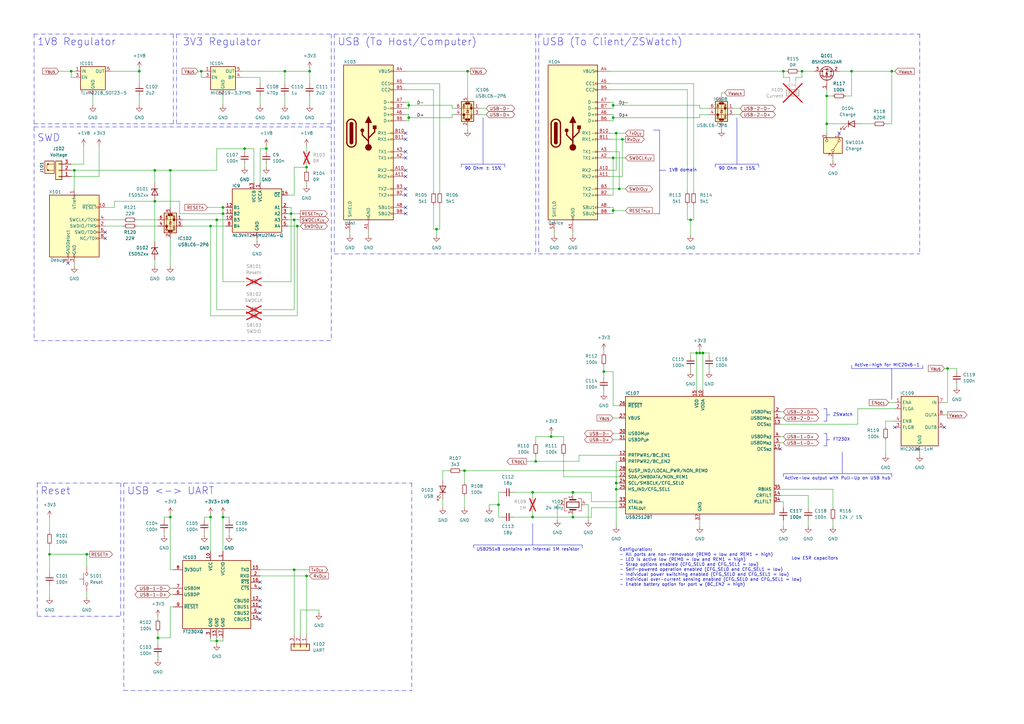
<source format=kicad_sch>
(kicad_sch (version 20250114) (generator "eeschema") (generator_version "9.0")
  (paper "A3")
  (title_block (title "ZSWatch Dock v2") (date "2025-07-24") (rev "2") (company "github.com/ZSWatch/Dock-HW"))
  (text "Configuration:\n- All ports are non-removable (REM0 = low and REM1 = high)\n- LED is active low (REM0 = low and REM1 = high)\n- Strap options enabled (CFG_SEL0 and CFG_SEL1 = low)\n- Self-powered operation enabled (CFG_SEL0 and CFG_SEL1 = low)\n- Individual power switching enabled (CFG_SEL0 and CFG_SEL1 = low)\n- Individual over-current sensing enabled (CFG_SEL0 and CFG_SEL1 = low)\n- Enable battery option for port w (BC_EN2 = high)" (at 254 224.79 0) (effects (font (size 1.27 1.27)) (justify left top)))
  (text "ZSWatch" (at 341.63 170.18 0) (effects (font (size 1.27 1.27)) (justify left)))
  (text "90 Ohm ± 15%" (at 198.12 69.215 0) (effects (font (size 1.27 1.27))))
  (text "FT230X" (at 341.63 180.34 0) (effects (font (size 1.27 1.27)) (justify left)))
  (text "USB (To Host/Computer)" (at 138.43 19.05 0) (effects (font (size 3 3)) (justify left bottom)))
  (text "1V8 Regulator" (at 15.24 19.05 0) (effects (font (size 3 3)) (justify left bottom)))
  (text "90 Ohm ± 15%" (at 302.26 69.215 0) (effects (font (size 1.27 1.27))))
  (text "SWD" (at 15.24 58.42 0) (effects (font (size 3 3)) (justify left bottom)))
  (text "Active-high for MIC20x6-1" (at 363.855 149.86 0) (effects (font (size 1.27 1.27))))
  (text "USB (To Client/ZSWatch)" (at 222.25 19.05 0) (effects (font (size 3 3)) (justify left bottom)))
  (text "3V3 Regulator" (at 74.93 19.05 0) (effects (font (size 3 3)) (justify left bottom)))
  (text "Active-low output with Pull-Up on USB hub" (at 343.535 196.215 0) (effects (font (size 1.27 1.27))))
  (text "USB251xB contains an internal 1M resistor" (at 216.535 225.425 0) (effects (font (size 1.27 1.27))))
  (text "Reset" (at 16.51 203.2 0) (effects (font (size 3 3)) (justify left bottom)))
  (text "Low ESR capacitors\n" (at 324.612 228.346 0) (effects (font (size 1.27 1.27)) (justify left top)))
  (text "USB <-> UART" (at 52.07 203.2 0) (effects (font (size 3 3)) (justify left bottom)))
  (text "1V8 domain" (at 274.32 69.85 0) (effects (font (size 1.27 1.27)) (justify left)))
  (junction (at 219.71 189.23))
  (junction (at 349.25 29.21))
  (junction (at 339.09 50.8))
  (junction (at 119.38 87.63))
  (junction (at 91.44 212.09))
  (junction (at 288.29 144.78))
  (junction (at 234.95 212.09))
  (junction (at 86.36 92.71))
  (junction (at 91.44 85.09))
  (junction (at 283.21 90.17))
  (junction (at 251.46 86.36))
  (junction (at 127 29.21))
  (junction (at 100.33 60.96))
  (junction (at 287.02 144.78))
  (junction (at 86.36 212.09))
  (junction (at 125.73 68.58))
  (junction (at 234.95 201.93))
  (junction (at 125.73 236.22))
  (junction (at 321.31 29.21))
  (junction (at 252.73 54.61))
  (junction (at 226.06 179.07))
  (junction (at 339.09 39.37))
  (junction (at 64.77 261.62))
  (junction (at 218.44 201.93))
  (junction (at 120.65 233.68))
  (junction (at 116.84 29.21))
  (junction (at 252.73 198.12))
  (junction (at 252.73 200.66))
  (junction (at 120.65 90.17))
  (junction (at 179.07 93.98))
  (junction (at 255.27 57.15))
  (junction (at 254 77.47))
  (junction (at 190.5 193.04))
  (junction (at 69.85 69.85))
  (junction (at 109.22 60.96))
  (junction (at 218.44 212.09))
  (junction (at 365.76 29.21))
  (junction (at 63.5 69.85))
  (junction (at 388.62 151.13))
  (junction (at 121.92 92.71))
  (junction (at 204.47 207.01))
  (junction (at 247.65 152.4))
  (junction (at 82.55 29.21))
  (junction (at 251.46 48.26))
  (junction (at 35.56 227.33))
  (junction (at 285.75 144.78))
  (junction (at 251.46 43.18))
  (junction (at 29.21 29.21))
  (junction (at 88.9 90.17))
  (junction (at 91.44 87.63))
  (junction (at 167.64 43.18))
  (junction (at 57.15 29.21))
  (junction (at 30.48 69.85))
  (junction (at 20.32 227.33))
  (junction (at 88.9 262.89))
  (junction (at 251.46 64.77))
  (junction (at 63.5 82.55))
  (junction (at 69.85 212.09))
  (junction (at 328.93 29.21))
  (junction (at 167.64 48.26))
  (junction (at 191.77 29.21))
  (no_connect (at 166.37 80.01))
  (no_connect (at 166.37 62.23))
  (no_connect (at 106.68 241.3))
  (no_connect (at 166.37 64.77))
  (no_connect (at 166.37 69.85))
  (no_connect (at 106.68 238.76))
  (no_connect (at 387.35 175.26))
  (no_connect (at 166.37 85.09))
  (no_connect (at 106.68 254))
  (no_connect (at 166.37 87.63))
  (no_connect (at 106.68 246.38))
  (no_connect (at 166.37 57.15))
  (no_connect (at 106.68 251.46))
  (no_connect (at 166.37 54.61))
  (no_connect (at 320.04 184.15))
  (no_connect (at 106.68 248.92))
  (no_connect (at 43.18 97.79))
  (no_connect (at 166.37 72.39))
  (no_connect (at 344.17 54.61))
  (no_connect (at 166.37 77.47))
  (no_connect (at 367.03 175.26))
  (no_connect (at 27.94 107.95))
  (no_connect (at 43.18 95.25))
  (polyline (pts (xy 220.98 104.14) (xy 377.19 104.14)) (stroke (width 0) (type dash_dot)))
  (wire (pts (xy 20.32 227.33) (xy 35.56 227.33)))
  (wire (pts (xy 320.04 205.74) (xy 321.31 205.74)))
  (wire (pts (xy 30.48 69.85) (xy 30.48 77.47)))
  (polyline (pts (xy 220.98 13.97) (xy 220.98 104.14)) (stroke (width 0) (type dash_dot)))
  (wire (pts (xy 283.21 90.17) (xy 284.48 90.17)))
  (wire (pts (xy 125.73 74.93) (xy 125.73 76.2)))
  (wire (pts (xy 120.65 80.01) (xy 118.11 80.01)))
  (polyline (pts (xy 337.82 167.64) (xy 339.09 167.64)))
  (wire (pts (xy 83.82 212.09) (xy 86.36 212.09)))
  (wire (pts (xy 251.46 171.45) (xy 254 171.45)))
  (wire (pts (xy 46.99 85.09) (xy 46.99 82.55)))
  (wire (pts (xy 34.29 67.31) (xy 34.29 59.69)))
  (wire (pts (xy 91.44 39.37) (xy 91.44 43.18)))
  (wire (pts (xy 82.55 29.21) (xy 82.55 31.75)))
  (polyline (pts (xy 337.82 172.72) (xy 339.09 172.72)))
  (wire (pts (xy 91.44 85.09) (xy 92.71 85.09)))
  (polyline (pts (xy 365.76 151.13) (xy 378.46 151.13)))
  (wire (pts (xy 167.64 41.91) (xy 167.64 43.18)))
  (wire (pts (xy 35.56 242.57) (xy 35.56 245.11)))
  (polyline (pts (xy 15.24 252.73) (xy 49.53 252.73)) (stroke (width 0) (type dash_dot)))
  (wire (pts (xy 166.37 46.99) (xy 167.64 46.99)))
  (wire (pts (xy 125.73 236.22) (xy 127 236.22)))
  (wire (pts (xy 323.85 33.02) (xy 323.85 31.75)))
  (polyline (pts (xy 13.97 52.07) (xy 13.97 139.7)) (stroke (width 0) (type dash_dot)))
  (wire (pts (xy 91.44 87.63) (xy 91.44 115.57)))
  (wire (pts (xy 177.8 83.82) (xy 177.8 93.98)))
  (wire (pts (xy 191.77 52.07) (xy 191.77 53.34)))
  (wire (pts (xy 86.36 129.54) (xy 100.33 129.54)))
  (wire (pts (xy 247.65 160.02) (xy 247.65 161.29)))
  (wire (pts (xy 353.06 50.8) (xy 358.14 50.8)))
  (wire (pts (xy 91.44 85.09) (xy 91.44 87.63)))
  (wire (pts (xy 250.19 62.23) (xy 254 62.23)))
  (wire (pts (xy 234.95 210.82) (xy 234.95 212.09)))
  (wire (pts (xy 100.33 62.23) (xy 100.33 60.96)))
  (wire (pts (xy 256.54 57.15) (xy 255.27 57.15)))
  (polyline (pts (xy 50.8 198.12) (xy 50.8 283.21)) (stroke (width 0) (type dash_dot)))
  (wire (pts (xy 120.65 233.68) (xy 127 233.68)))
  (polyline (pts (xy 218.44 214.63) (xy 218.44 223.52)))
  (wire (pts (xy 320.04 171.45) (xy 321.31 171.45)))
  (polyline (pts (xy 15.24 198.12) (xy 15.24 252.73)) (stroke (width 0) (type dash_dot)))
  (wire (pts (xy 200.66 207.01) (xy 200.66 208.28)))
  (wire (pts (xy 179.07 93.98) (xy 180.34 93.98)))
  (wire (pts (xy 204.47 201.93) (xy 204.47 207.01)))
  (wire (pts (xy 290.83 146.05) (xy 290.83 144.78)))
  (wire (pts (xy 229.87 207.01) (xy 228.6 207.01)))
  (wire (pts (xy 99.06 29.21) (xy 116.84 29.21)))
  (wire (pts (xy 29.21 29.21) (xy 30.48 29.21)))
  (wire (pts (xy 251.46 152.4) (xy 251.46 166.37)))
  (wire (pts (xy 251.46 64.77) (xy 256.54 64.77)))
  (wire (pts (xy 287.02 44.45) (xy 287.02 43.18)))
  (polyline (pts (xy 238.76 223.52) (xy 238.76 224.79)))
  (polyline (pts (xy 49.53 198.12) (xy 49.53 252.73)) (stroke (width 0) (type dash_dot)))
  (wire (pts (xy 91.44 261.62) (xy 91.44 262.89)))
  (wire (pts (xy 86.36 212.09) (xy 86.36 226.06)))
  (wire (pts (xy 250.19 44.45) (xy 251.46 44.45)))
  (wire (pts (xy 88.9 69.85) (xy 88.9 60.96)))
  (polyline (pts (xy 219.71 13.97) (xy 219.71 104.14)) (stroke (width 0) (type dash_dot)))
  (wire (pts (xy 180.34 93.98) (xy 180.34 83.82)))
  (wire (pts (xy 43.18 92.71) (xy 50.8 92.71)))
  (wire (pts (xy 69.85 210.82) (xy 69.85 212.09)))
  (wire (pts (xy 256.54 54.61) (xy 252.73 54.61)))
  (wire (pts (xy 219.71 189.23) (xy 237.49 189.23)))
  (wire (pts (xy 251.46 43.18) (xy 251.46 44.45)))
  (wire (pts (xy 234.95 201.93) (xy 242.57 201.93)))
  (wire (pts (xy 196.85 44.45) (xy 199.39 44.45)))
  (wire (pts (xy 83.82 213.36) (xy 83.82 212.09)))
  (wire (pts (xy 290.83 151.13) (xy 290.83 152.4)))
  (wire (pts (xy 363.22 50.8) (xy 365.76 50.8)))
  (wire (pts (xy 69.85 69.85) (xy 69.85 85.09)))
  (wire (pts (xy 69.85 69.85) (xy 88.9 69.85)))
  (wire (pts (xy 365.76 29.21) (xy 367.03 29.21)))
  (wire (pts (xy 327.66 29.21) (xy 328.93 29.21)))
  (wire (pts (xy 251.46 46.99) (xy 251.46 48.26)))
  (wire (pts (xy 93.98 212.09) (xy 91.44 212.09)))
  (polyline (pts (xy 71.12 13.97) (xy 71.12 50.8)) (stroke (width 0) (type dash_dot)))
  (wire (pts (xy 227.33 95.25) (xy 227.33 96.52)))
  (wire (pts (xy 252.73 200.66) (xy 252.73 215.9)))
  (wire (pts (xy 247.65 143.51) (xy 247.65 144.78)))
  (polyline (pts (xy 339.09 180.34) (xy 340.36 180.34)))
  (wire (pts (xy 121.92 92.71) (xy 123.19 92.71)))
  (wire (pts (xy 20.32 212.09) (xy 20.32 218.44)))
  (wire (pts (xy 167.64 43.18) (xy 185.42 43.18)))
  (wire (pts (xy 251.46 85.09) (xy 251.46 86.36)))
  (wire (pts (xy 63.5 82.55) (xy 73.66 82.55)))
  (wire (pts (xy 242.57 212.09) (xy 242.57 208.28)))
  (wire (pts (xy 283.21 146.05) (xy 283.21 144.78)))
  (wire (pts (xy 295.91 38.1) (xy 297.18 38.1)))
  (wire (pts (xy 125.73 68.58) (xy 125.73 69.85)))
  (polyline (pts (xy 365.76 194.31) (xy 365.76 195.58)))
  (wire (pts (xy 38.1 39.37) (xy 38.1 43.18)))
  (wire (pts (xy 251.46 41.91) (xy 251.46 43.18)))
  (wire (pts (xy 86.36 210.82) (xy 86.36 212.09)))
  (wire (pts (xy 81.28 29.21) (xy 82.55 29.21)))
  (polyline (pts (xy 365.76 194.31) (xy 321.31 194.31)))
  (wire (pts (xy 121.92 92.71) (xy 121.92 129.54)))
  (wire (pts (xy 127 39.37) (xy 127 43.18)))
  (wire (pts (xy 250.19 46.99) (xy 251.46 46.99)))
  (wire (pts (xy 166.37 29.21) (xy 191.77 29.21)))
  (wire (pts (xy 321.31 29.21) (xy 322.58 29.21)))
  (wire (pts (xy 43.18 85.09) (xy 46.99 85.09)))
  (wire (pts (xy 215.9 189.23) (xy 219.71 189.23)))
  (polyline (pts (xy 349.25 149.86) (xy 349.25 151.13)))
  (wire (pts (xy 57.15 39.37) (xy 57.15 43.18)))
  (wire (pts (xy 351.79 167.64) (xy 367.03 167.64)))
  (polyline (pts (xy 50.8 283.21) (xy 168.91 283.21)) (stroke (width 0) (type dash_dot)))
  (wire (pts (xy 30.48 31.75) (xy 29.21 31.75)))
  (wire (pts (xy 251.46 87.63) (xy 250.19 87.63)))
  (wire (pts (xy 250.19 72.39) (xy 255.27 72.39)))
  (wire (pts (xy 91.44 262.89) (xy 88.9 262.89)))
  (wire (pts (xy 40.64 59.69) (xy 40.64 72.39)))
  (wire (pts (xy 125.73 67.31) (xy 125.73 68.58)))
  (wire (pts (xy 35.56 227.33) (xy 36.83 227.33)))
  (wire (pts (xy 210.82 201.93) (xy 218.44 201.93)))
  (wire (pts (xy 218.44 204.47) (xy 218.44 201.93)))
  (polyline (pts (xy 270.51 53.34) (xy 270.51 87.63)))
  (wire (pts (xy 185.42 43.18) (xy 185.42 44.45)))
  (wire (pts (xy 180.34 34.29) (xy 180.34 78.74)))
  (wire (pts (xy 100.33 60.96) (xy 104.14 60.96)))
  (wire (pts (xy 109.22 60.96) (xy 106.68 60.96)))
  (polyline (pts (xy 13.97 13.97) (xy 13.97 50.8)) (stroke (width 0) (type dash_dot)))
  (wire (pts (xy 237.49 186.69) (xy 237.49 189.23)))
  (wire (pts (xy 247.65 152.4) (xy 251.46 152.4)))
  (wire (pts (xy 64.77 261.62) (xy 64.77 264.16)))
  (wire (pts (xy 64.77 261.62) (xy 64.77 259.08)))
  (polyline (pts (xy 72.39 13.97) (xy 72.39 50.8)) (stroke (width 0) (type dash_dot)))
  (polyline (pts (xy 15.24 198.12) (xy 49.53 198.12)) (stroke (width 0) (type dash_dot)))
  (polyline (pts (xy 377.19 13.97) (xy 377.19 104.14)) (stroke (width 0) (type dash_dot)))
  (polyline (pts (xy 365.76 163.83) (xy 365.76 151.13)))
  (wire (pts (xy 64.77 269.24) (xy 64.77 270.51)))
  (wire (pts (xy 349.25 39.37) (xy 349.25 29.21)))
  (wire (pts (xy 74.93 90.17) (xy 88.9 90.17)))
  (wire (pts (xy 300.99 46.99) (xy 303.53 46.99)))
  (wire (pts (xy 331.47 213.36) (xy 331.47 215.9)))
  (wire (pts (xy 377.19 185.42) (xy 377.19 186.69)))
  (wire (pts (xy 234.95 201.93) (xy 234.95 203.2)))
  (wire (pts (xy 57.15 29.21) (xy 57.15 34.29)))
  (wire (pts (xy 29.21 31.75) (xy 29.21 29.21)))
  (wire (pts (xy 69.85 212.09) (xy 69.85 233.68)))
  (polyline (pts (xy 207.01 67.31) (xy 207.01 68.58)))
  (wire (pts (xy 240.03 207.01) (xy 241.3 207.01)))
  (polyline (pts (xy 337.82 177.8) (xy 339.09 177.8)))
  (polyline (pts (xy 293.37 68.58) (xy 293.37 67.31)))
  (wire (pts (xy 20.32 227.33) (xy 20.32 234.95)))
  (wire (pts (xy 252.73 200.66) (xy 254 200.66)))
  (polyline (pts (xy 13.97 13.97) (xy 71.12 13.97)) (stroke (width 0) (type dash_dot)))
  (wire (pts (xy 63.5 106.68) (xy 63.5 109.22)))
  (wire (pts (xy 177.8 93.98) (xy 179.07 93.98)))
  (wire (pts (xy 190.5 193.04) (xy 189.23 193.04)))
  (wire (pts (xy 120.65 233.68) (xy 120.65 260.35)))
  (wire (pts (xy 320.04 203.2) (xy 331.47 203.2)))
  (wire (pts (xy 143.51 95.25) (xy 143.51 96.52)))
  (wire (pts (xy 320.04 181.61) (xy 321.31 181.61)))
  (wire (pts (xy 341.63 64.77) (xy 341.63 66.04)))
  (wire (pts (xy 106.68 31.75) (xy 106.68 34.29)))
  (polyline (pts (xy 198.12 48.26) (xy 198.12 67.31)))
  (wire (pts (xy 167.64 43.18) (xy 167.64 44.45)))
  (wire (pts (xy 43.18 90.17) (xy 50.8 90.17)))
  (wire (pts (xy 242.57 208.28) (xy 254 208.28)))
  (wire (pts (xy 351.79 173.99) (xy 351.79 167.64)))
  (wire (pts (xy 118.11 90.17) (xy 120.65 90.17)))
  (polyline (pts (xy 72.39 13.97) (xy 135.89 13.97)) (stroke (width 0) (type dash_dot)))
  (wire (pts (xy 341.63 200.66) (xy 341.63 208.28)))
  (wire (pts (xy 88.9 90.17) (xy 88.9 127)))
  (wire (pts (xy 190.5 193.04) (xy 190.5 198.12)))
  (wire (pts (xy 67.31 213.36) (xy 67.31 212.09)))
  (polyline (pts (xy 194.31 223.52) (xy 194.31 224.79)))
  (polyline (pts (xy 321.31 194.31) (xy 321.31 195.58)))
  (wire (pts (xy 387.35 170.18) (xy 388.62 170.18)))
  (wire (pts (xy 69.85 241.3) (xy 71.12 241.3)))
  (wire (pts (xy 392.43 157.48) (xy 392.43 158.75)))
  (polyline (pts (xy 220.98 13.97) (xy 377.19 13.97)) (stroke (width 0) (type dash_dot)))
  (wire (pts (xy 388.62 151.13) (xy 392.43 151.13)))
  (wire (pts (xy 320.04 179.07) (xy 321.31 179.07)))
  (wire (pts (xy 339.09 39.37) (xy 339.09 50.8)))
  (polyline (pts (xy 13.97 52.07) (xy 135.89 52.07)) (stroke (width 0) (type dash_dot)))
  (wire (pts (xy 349.25 29.21) (xy 365.76 29.21)))
  (wire (pts (xy 252.73 198.12) (xy 252.73 200.66)))
  (wire (pts (xy 83.82 29.21) (xy 82.55 29.21)))
  (wire (pts (xy 251.46 177.8) (xy 254 177.8)))
  (wire (pts (xy 251.46 80.01) (xy 251.46 64.77)))
  (wire (pts (xy 204.47 212.09) (xy 205.74 212.09)))
  (wire (pts (xy 346.71 39.37) (xy 349.25 39.37)))
  (wire (pts (xy 20.32 240.03) (xy 20.32 245.11)))
  (wire (pts (xy 177.8 36.83) (xy 177.8 78.74)))
  (wire (pts (xy 218.44 212.09) (xy 234.95 212.09)))
  (wire (pts (xy 118.11 92.71) (xy 121.92 92.71)))
  (wire (pts (xy 125.73 236.22) (xy 125.73 260.35)))
  (wire (pts (xy 46.99 82.55) (xy 63.5 82.55)))
  (wire (pts (xy 91.44 87.63) (xy 92.71 87.63)))
  (wire (pts (xy 231.14 195.58) (xy 231.14 186.69)))
  (wire (pts (xy 281.94 90.17) (xy 283.21 90.17)))
  (polyline (pts (xy 135.89 50.8) (xy 72.39 50.8)) (stroke (width 0) (type dash_dot)))
  (wire (pts (xy 181.61 193.04) (xy 181.61 196.85)))
  (wire (pts (xy 363.22 172.72) (xy 363.22 175.26)))
  (wire (pts (xy 290.83 46.99) (xy 287.02 46.99)))
  (wire (pts (xy 281.94 36.83) (xy 250.19 36.83)))
  (wire (pts (xy 367.03 172.72) (xy 363.22 172.72)))
  (wire (pts (xy 119.38 87.63) (xy 119.38 115.57)))
  (wire (pts (xy 328.93 29.21) (xy 328.93 31.75)))
  (wire (pts (xy 166.37 44.45) (xy 167.64 44.45)))
  (wire (pts (xy 247.65 152.4) (xy 247.65 154.94)))
  (wire (pts (xy 231.14 179.07) (xy 231.14 181.61)))
  (wire (pts (xy 295.91 52.07) (xy 295.91 53.34)))
  (wire (pts (xy 116.84 39.37) (xy 116.84 43.18)))
  (wire (pts (xy 231.14 179.07) (xy 226.06 179.07)))
  (wire (pts (xy 120.65 90.17) (xy 120.65 127)))
  (wire (pts (xy 127 27.94) (xy 127 29.21)))
  (wire (pts (xy 204.47 207.01) (xy 204.47 212.09)))
  (wire (pts (xy 287.02 46.99) (xy 287.02 48.26)))
  (wire (pts (xy 326.39 33.02) (xy 326.39 31.75)))
  (wire (pts (xy 237.49 186.69) (xy 254 186.69)))
  (wire (pts (xy 69.85 97.79) (xy 69.85 109.22)))
  (wire (pts (xy 241.3 207.01) (xy 241.3 213.36)))
  (wire (pts (xy 254 198.12) (xy 252.73 198.12)))
  (wire (pts (xy 228.6 207.01) (xy 228.6 213.36)))
  (polyline (pts (xy 337.82 182.88) (xy 339.09 182.88)))
  (polyline (pts (xy 365.76 151.13) (xy 349.25 151.13)))
  (wire (pts (xy 69.85 248.92) (xy 71.12 248.92)))
  (wire (pts (xy 204.47 201.93) (xy 205.74 201.93)))
  (wire (pts (xy 91.44 210.82) (xy 91.44 212.09)))
  (wire (pts (xy 166.37 49.53) (xy 167.64 49.53)))
  (wire (pts (xy 331.47 203.2) (xy 331.47 208.28)))
  (wire (pts (xy 181.61 204.47) (xy 181.61 208.28)))
  (wire (pts (xy 287.02 213.36) (xy 287.02 215.9)))
  (wire (pts (xy 254 62.23) (xy 254 77.47)))
  (wire (pts (xy 185.42 48.26) (xy 185.42 46.99)))
  (wire (pts (xy 107.95 115.57) (xy 119.38 115.57)))
  (wire (pts (xy 107.95 129.54) (xy 121.92 129.54)))
  (wire (pts (xy 88.9 90.17) (xy 92.71 90.17)))
  (wire (pts (xy 251.46 86.36) (xy 251.46 87.63)))
  (wire (pts (xy 219.71 179.07) (xy 219.71 181.61)))
  (wire (pts (xy 166.37 41.91) (xy 167.64 41.91)))
  (wire (pts (xy 24.13 29.21) (xy 29.21 29.21)))
  (wire (pts (xy 254 77.47) (xy 256.54 77.47)))
  (wire (pts (xy 234.95 212.09) (xy 242.57 212.09)))
  (wire (pts (xy 250.19 77.47) (xy 254 77.47)))
  (polyline (pts (xy 267.97 53.34) (xy 270.51 53.34)))
  (wire (pts (xy 184.15 193.04) (xy 181.61 193.04)))
  (wire (pts (xy 45.72 29.21) (xy 57.15 29.21)))
  (wire (pts (xy 100.33 67.31) (xy 100.33 68.58)))
  (polyline (pts (xy 267.97 87.63) (xy 270.51 87.63)))
  (polyline (pts (xy 270.51 69.85) (xy 273.05 69.85)))
  (wire (pts (xy 99.06 31.75) (xy 106.68 31.75)))
  (wire (pts (xy 247.65 152.4) (xy 247.65 149.86)))
  (polyline (pts (xy 137.16 13.97) (xy 137.16 104.14)) (stroke (width 0) (type dash_dot)))
  (wire (pts (xy 387.35 151.13) (xy 388.62 151.13)))
  (wire (pts (xy 123.19 260.35) (xy 123.19 250.19)))
  (polyline (pts (xy 137.16 13.97) (xy 219.71 13.97)) (stroke (width 0) (type dash_dot)))
  (wire (pts (xy 177.8 36.83) (xy 166.37 36.83)))
  (wire (pts (xy 328.93 29.21) (xy 334.01 29.21)))
  (wire (pts (xy 287.02 143.51) (xy 287.02 144.78)))
  (wire (pts (xy 283.21 144.78) (xy 285.75 144.78)))
  (wire (pts (xy 179.07 93.98) (xy 179.07 96.52)))
  (wire (pts (xy 151.13 95.25) (xy 151.13 96.52)))
  (wire (pts (xy 30.48 107.95) (xy 30.48 109.22)))
  (wire (pts (xy 123.19 250.19) (xy 130.81 250.19)))
  (wire (pts (xy 119.38 85.09) (xy 119.38 87.63)))
  (wire (pts (xy 295.91 38.1) (xy 295.91 39.37)))
  (wire (pts (xy 339.09 36.83) (xy 339.09 39.37)))
  (wire (pts (xy 344.17 29.21) (xy 349.25 29.21)))
  (wire (pts (xy 116.84 29.21) (xy 127 29.21)))
  (wire (pts (xy 251.46 180.34) (xy 254 180.34)))
  (wire (pts (xy 64.77 261.62) (xy 69.85 261.62)))
  (wire (pts (xy 218.44 201.93) (xy 234.95 201.93)))
  (polyline (pts (xy 135.89 13.97) (xy 135.89 50.8)) (stroke (width 0) (type dash_dot)))
  (wire (pts (xy 387.35 165.1) (xy 388.62 165.1)))
  (wire (pts (xy 120.65 90.17) (xy 123.19 90.17)))
  (wire (pts (xy 210.82 212.09) (xy 218.44 212.09)))
  (wire (pts (xy 69.85 243.84) (xy 71.12 243.84)))
  (wire (pts (xy 106.68 233.68) (xy 120.65 233.68)))
  (wire (pts (xy 118.11 85.09) (xy 119.38 85.09)))
  (wire (pts (xy 88.9 262.89) (xy 88.9 264.16)))
  (wire (pts (xy 250.19 29.21) (xy 321.31 29.21)))
  (wire (pts (xy 287.02 144.78) (xy 288.29 144.78)))
  (wire (pts (xy 167.64 48.26) (xy 167.64 49.53)))
  (wire (pts (xy 226.06 179.07) (xy 226.06 177.8)))
  (wire (pts (xy 73.66 87.63) (xy 91.44 87.63)))
  (wire (pts (xy 218.44 212.09) (xy 218.44 209.55)))
  (polyline (pts (xy 302.26 66.04) (xy 302.26 67.31)))
  (wire (pts (xy 191.77 29.21) (xy 193.04 29.21)))
  (wire (pts (xy 323.85 31.75) (xy 321.31 31.75)))
  (wire (pts (xy 125.73 59.69) (xy 125.73 62.23)))
  (wire (pts (xy 219.71 179.07) (xy 226.06 179.07)))
  (wire (pts (xy 255.27 57.15) (xy 255.27 72.39)))
  (wire (pts (xy 107.95 127) (xy 120.65 127)))
  (wire (pts (xy 320.04 168.91) (xy 321.31 168.91)))
  (wire (pts (xy 116.84 29.21) (xy 116.84 34.29)))
  (wire (pts (xy 69.85 233.68) (xy 71.12 233.68)))
  (wire (pts (xy 88.9 261.62) (xy 88.9 262.89)))
  (wire (pts (xy 119.38 87.63) (xy 123.19 87.63)))
  (wire (pts (xy 85.09 85.09) (xy 91.44 85.09)))
  (wire (pts (xy 281.94 83.82) (xy 281.94 90.17)))
  (wire (pts (xy 250.19 64.77) (xy 251.46 64.77)))
  (wire (pts (xy 300.99 44.45) (xy 303.53 44.45)))
  (wire (pts (xy 321.31 213.36) (xy 321.31 215.9)))
  (wire (pts (xy 290.83 144.78) (xy 288.29 144.78)))
  (wire (pts (xy 91.44 212.09) (xy 91.44 226.06)))
  (wire (pts (xy 109.22 67.31) (xy 109.22 68.58)))
  (wire (pts (xy 388.62 165.1) (xy 388.62 151.13)))
  (wire (pts (xy 63.5 69.85) (xy 69.85 69.85)))
  (wire (pts (xy 86.36 92.71) (xy 92.71 92.71)))
  (wire (pts (xy 320.04 200.66) (xy 341.63 200.66)))
  (wire (pts (xy 250.19 80.01) (xy 251.46 80.01)))
  (wire (pts (xy 339.09 50.8) (xy 345.44 50.8)))
  (wire (pts (xy 30.48 69.85) (xy 63.5 69.85)))
  (wire (pts (xy 63.5 82.55) (xy 63.5 99.06)))
  (wire (pts (xy 105.41 97.79) (xy 105.41 99.06)))
  (wire (pts (xy 365.76 29.21) (xy 365.76 50.8)))
  (wire (pts (xy 190.5 193.04) (xy 254 193.04)))
  (wire (pts (xy 283.21 90.17) (xy 283.21 96.52)))
  (wire (pts (xy 252.73 54.61) (xy 250.19 54.61)))
  (wire (pts (xy 252.73 189.23) (xy 252.73 198.12)))
  (wire (pts (xy 219.71 186.69) (xy 219.71 189.23)))
  (wire (pts (xy 86.36 262.89) (xy 88.9 262.89)))
  (wire (pts (xy 57.15 27.94) (xy 57.15 29.21)))
  (wire (pts (xy 91.44 115.57) (xy 100.33 115.57)))
  (wire (pts (xy 281.94 36.83) (xy 281.94 78.74)))
  (wire (pts (xy 186.69 44.45) (xy 185.42 44.45)))
  (wire (pts (xy 127 29.21) (xy 127 34.29)))
  (wire (pts (xy 284.48 90.17) (xy 284.48 83.82)))
  (wire (pts (xy 63.5 69.85) (xy 63.5 74.93)))
  (wire (pts (xy 55.88 90.17) (xy 64.77 90.17)))
  (wire (pts (xy 100.33 127) (xy 88.9 127)))
  (wire (pts (xy 86.36 261.62) (xy 86.36 262.89)))
  (wire (pts (xy 104.14 60.96) (xy 104.14 74.93)))
  (wire (pts (xy 106.68 39.37) (xy 106.68 43.18)))
  (wire (pts (xy 254 189.23) (xy 252.73 189.23)))
  (wire (pts (xy 339.09 39.37) (xy 341.63 39.37)))
  (wire (pts (xy 109.22 62.23) (xy 109.22 60.96)))
  (wire (pts (xy 83.82 31.75) (xy 82.55 31.75)))
  (wire (pts (xy 130.81 250.19) (xy 130.81 251.46)))
  (polyline (pts (xy 238.76 223.52) (xy 194.31 223.52)))
  (wire (pts (xy 250.19 49.53) (xy 251.46 49.53)))
  (wire (pts (xy 255.27 57.15) (xy 250.19 57.15)))
  (wire (pts (xy 250.19 85.09) (xy 251.46 85.09)))
  (wire (pts (xy 321.31 29.21) (xy 321.31 31.75)))
  (wire (pts (xy 29.21 67.31) (xy 34.29 67.31)))
  (wire (pts (xy 29.21 69.85) (xy 30.48 69.85)))
  (wire (pts (xy 364.49 165.1) (xy 367.03 165.1)))
  (wire (pts (xy 167.64 48.26) (xy 185.42 48.26)))
  (wire (pts (xy 326.39 31.75) (xy 328.93 31.75)))
  (wire (pts (xy 83.82 218.44) (xy 83.82 219.71)))
  (wire (pts (xy 283.21 151.13) (xy 283.21 152.4)))
  (wire (pts (xy 67.31 212.09) (xy 69.85 212.09)))
  (wire (pts (xy 106.68 236.22) (xy 125.73 236.22)))
  (wire (pts (xy 252.73 69.85) (xy 252.73 54.61)))
  (wire (pts (xy 180.34 34.29) (xy 166.37 34.29)))
  (polyline (pts (xy 71.12 50.8) (xy 13.97 50.8)) (stroke (width 0) (type dash_dot)))
  (wire (pts (xy 191.77 29.21) (xy 191.77 39.37)))
  (polyline (pts (xy 50.8 198.12) (xy 168.91 198.12)) (stroke (width 0) (type dash_dot)))
  (wire (pts (xy 35.56 227.33) (xy 35.56 232.41)))
  (wire (pts (xy 320.04 173.99) (xy 351.79 173.99)))
  (wire (pts (xy 106.68 60.96) (xy 106.68 74.93)))
  (wire (pts (xy 93.98 213.36) (xy 93.98 212.09)))
  (wire (pts (xy 67.31 218.44) (xy 67.31 219.71)))
  (polyline (pts (xy 168.91 198.12) (xy 168.91 283.21)) (stroke (width 0) (type dash_dot)))
  (wire (pts (xy 55.88 92.71) (xy 64.77 92.71)))
  (polyline (pts (xy 189.23 67.31) (xy 207.01 67.31)))
  (wire (pts (xy 285.75 144.78) (xy 285.75 160.02)))
  (wire (pts (xy 93.98 218.44) (xy 93.98 219.71)))
  (polyline (pts (xy 135.89 52.07) (xy 135.89 139.7)) (stroke (width 0) (type dash_dot)))
  (polyline (pts (xy 13.97 139.7) (xy 135.89 139.7)) (stroke (width 0) (type dash_dot)))
  (wire (pts (xy 196.85 46.99) (xy 199.39 46.99)))
  (polyline (pts (xy 339.09 177.8) (xy 339.09 182.88)))
  (wire (pts (xy 251.46 166.37) (xy 254 166.37)))
  (polyline (pts (xy 345.44 185.42) (xy 345.44 194.31)))
  (wire (pts (xy 109.22 59.69) (xy 109.22 60.96)))
  (wire (pts (xy 86.36 92.71) (xy 86.36 129.54)))
  (polyline (pts (xy 339.09 170.18) (xy 340.36 170.18)))
  (wire (pts (xy 204.47 207.01) (xy 200.66 207.01)))
  (wire (pts (xy 250.19 41.91) (xy 251.46 41.91)))
  (wire (pts (xy 64.77 252.73) (xy 64.77 254)))
  (wire (pts (xy 242.57 205.74) (xy 242.57 201.93)))
  (wire (pts (xy 251.46 48.26) (xy 287.02 48.26)))
  (wire (pts (xy 250.19 69.85) (xy 252.73 69.85)))
  (polyline (pts (xy 189.23 68.58) (xy 189.23 67.31)))
  (wire (pts (xy 321.31 205.74) (xy 321.31 208.28)))
  (wire (pts (xy 190.5 203.2) (xy 190.5 208.28)))
  (wire (pts (xy 284.48 34.29) (xy 284.48 78.74)))
  (wire (pts (xy 29.21 72.39) (xy 40.64 72.39)))
  (wire (pts (xy 251.46 48.26) (xy 251.46 49.53)))
  (wire (pts (xy 251.46 86.36) (xy 256.54 86.36)))
  (wire (pts (xy 73.66 82.55) (xy 73.66 87.63)))
  (wire (pts (xy 120.65 68.58) (xy 120.65 80.01)))
  (wire (pts (xy 125.73 68.58) (xy 120.65 68.58)))
  (wire (pts (xy 250.19 34.29) (xy 284.48 34.29)))
  (wire (pts (xy 234.95 95.25) (xy 234.95 96.52)))
  (wire (pts (xy 287.02 44.45) (xy 290.83 44.45)))
  (wire (pts (xy 69.85 248.92) (xy 69.85 261.62)))
  (wire (pts (xy 74.93 92.71) (xy 86.36 92.71)))
  (polyline (pts (xy 302.26 48.26) (xy 302.26 66.04)))
  (wire (pts (xy 254 205.74) (xy 242.57 205.74)))
  (wire (pts (xy 20.32 223.52) (xy 20.32 227.33)))
  (wire (pts (xy 118.11 87.63) (xy 119.38 87.63)))
  (wire (pts (xy 285.75 144.78) (xy 287.02 144.78)))
  (polyline (pts (xy 378.46 149.86) (xy 378.46 151.13)))
  (wire (pts (xy 363.22 180.34) (xy 363.22 186.69)))
  (wire (pts (xy 339.09 50.8) (xy 339.09 54.61)))
  (wire (pts (xy 251.46 43.18) (xy 287.02 43.18)))
  (polyline (pts (xy 293.37 67.31) (xy 311.15 67.31)))
  (polyline (pts (xy 137.16 104.14) (xy 219.71 104.14)) (stroke (width 0) (type dash_dot)))
  (wire (pts (xy 186.69 46.99) (xy 185.42 46.99)))
  (wire (pts (xy 88.9 60.96) (xy 100.33 60.96)))
  (wire (pts (xy 231.14 195.58) (xy 254 195.58)))
  (wire (pts (xy 167.64 46.99) (xy 167.64 48.26)))
  (wire (pts (xy 341.63 213.36) (xy 341.63 215.9)))
  (wire (pts (xy 392.43 152.4) (xy 392.43 151.13)))
  (polyline (pts (xy 339.09 167.64) (xy 339.09 172.72)))
  (polyline (pts (xy 311.15 67.31) (xy 311.15 68.58)))
  (wire (pts (xy 288.29 144.78) (xy 288.29 160.02)))
  (label "D-" (at 173.99 43.18 180))
  (label "D_{2}+" (at 257.81 48.26 180))
  (label "D_{2}-" (at 257.81 43.18 180))
  (label "D+" (at 173.99 48.26 180))
  (global_label "USB-2-D+" (shape bidirectional) (at 321.31 168.91 0) (property "Intersheetrefs" "${INTERSHEET_REFS}" (effects (hide yes))))
  (global_label "V_{BUS}" (shape input) (at 251.46 171.45 180) (property "Intersheetrefs" "${INTERSHEET_REFS}" (effects (hide yes))))
  (global_label "USB-D+" (shape bidirectional) (at 199.39 46.99 0) (property "Intersheetrefs" "${INTERSHEET_REFS}" (effects (hide yes))))
  (global_label "V_{BUS}" (shape input) (at 81.28 29.21 180) (property "Intersheetrefs" "${INTERSHEET_REFS}" (effects (hide yes))))
  (global_label "RESETn" (shape output) (at 36.83 227.33 0) (property "Intersheetrefs" "${INTERSHEET_REFS}" (effects (hide yes))))
  (global_label "USB-D-" (shape bidirectional) (at 199.39 44.45 0) (property "Intersheetrefs" "${INTERSHEET_REFS}" (effects (hide yes))))
  (global_label "SWDCLK_{LV}" (shape output) (at 123.19 90.17 0) (property "Intersheetrefs" "${INTERSHEET_REFS}" (effects (hide yes))))
  (global_label "RESETn" (shape input) (at 85.09 85.09 180) (property "Intersheetrefs" "${INTERSHEET_REFS}" (effects (hide yes))))
  (global_label "USB-2-D-" (shape bidirectional) (at 303.53 44.45 0) (property "Intersheetrefs" "${INTERSHEET_REFS}" (effects (hide yes))))
  (global_label "RESETn_{LV}" (shape output) (at 123.19 87.63 0) (property "Intersheetrefs" "${INTERSHEET_REFS}" (effects (hide yes))))
  (global_label "USB-D+" (shape bidirectional) (at 251.46 180.34 180) (property "Intersheetrefs" "${INTERSHEET_REFS}" (effects (hide yes))))
  (global_label "TxD_{LV}" (shape input) (at 256.54 54.61 0) (property "Intersheetrefs" "${INTERSHEET_REFS}" (effects (hide yes))))
  (global_label "TxD_{LV}" (shape output) (at 127 233.68 0) (property "Intersheetrefs" "${INTERSHEET_REFS}" (effects (hide yes))))
  (global_label "USB-2-D+" (shape bidirectional) (at 303.53 46.99 0) (property "Intersheetrefs" "${INTERSHEET_REFS}" (effects (hide yes))))
  (global_label "V_{BUS}" (shape input) (at 24.13 29.21 180) (property "Intersheetrefs" "${INTERSHEET_REFS}" (effects (hide yes))))
  (global_label "USB-1-D+" (shape bidirectional) (at 321.31 179.07 0) (property "Intersheetrefs" "${INTERSHEET_REFS}" (effects (hide yes))))
  (global_label "USB-2-D-" (shape bidirectional) (at 321.31 171.45 0) (property "Intersheetrefs" "${INTERSHEET_REFS}" (effects (hide yes))))
  (global_label "V_{Watch}" (shape output) (at 388.62 170.18 0) (property "Intersheetrefs" "${INTERSHEET_REFS}" (effects (hide yes))))
  (global_label "V_{Watch}" (shape input) (at 367.03 29.21 0) (property "Intersheetrefs" "${INTERSHEET_REFS}" (effects (hide yes))))
  (global_label "SWDIO_{LV}" (shape bidirectional) (at 123.19 92.71 0) (property "Intersheetrefs" "${INTERSHEET_REFS}" (effects (hide yes))))
  (global_label "V_{BUS}" (shape input) (at 387.35 151.13 180) (property "Intersheetrefs" "${INTERSHEET_REFS}" (effects (hide yes))))
  (global_label "RESETn_{LV}" (shape input) (at 256.54 86.36 0) (property "Intersheetrefs" "${INTERSHEET_REFS}" (effects (hide yes))))
  (global_label "USB-1-D-" (shape bidirectional) (at 321.31 181.61 0) (property "Intersheetrefs" "${INTERSHEET_REFS}" (effects (hide yes))))
  (global_label "USB-1-D+" (shape bidirectional) (at 69.85 243.84 180) (property "Intersheetrefs" "${INTERSHEET_REFS}" (effects (hide yes))))
  (global_label "V_{BUS}" (shape output) (at 193.04 29.21 0) (property "Intersheetrefs" "${INTERSHEET_REFS}" (effects (hide yes))))
  (global_label "USB-D-" (shape bidirectional) (at 251.46 177.8 180) (property "Intersheetrefs" "${INTERSHEET_REFS}" (effects (hide yes))))
  (global_label "RxD_{LV}" (shape input) (at 127 236.22 0) (property "Intersheetrefs" "${INTERSHEET_REFS}" (effects (hide yes))))
  (global_label "EN_{OC1}" (shape input) (at 364.49 165.1 180) (property "Intersheetrefs" "${INTERSHEET_REFS}" (effects (hide yes))))
  (global_label "USB-1-D-" (shape bidirectional) (at 69.85 241.3 180) (property "Intersheetrefs" "${INTERSHEET_REFS}" (effects (hide yes))))
  (global_label "SWDCLK_{LV}" (shape input) (at 256.54 64.77 0) (property "Intersheetrefs" "${INTERSHEET_REFS}" (effects (hide yes))))
  (global_label "RxD_{LV}" (shape output) (at 256.54 57.15 0) (property "Intersheetrefs" "${INTERSHEET_REFS}" (effects (hide yes))))
  (global_label "SWDIO_{LV}" (shape bidirectional) (at 256.54 77.47 0) (property "Intersheetrefs" "${INTERSHEET_REFS}" (effects (hide yes))))
  (global_label "EN_{OC1}" (shape output) (at 215.9 189.23 180) (property "Intersheetrefs" "${INTERSHEET_REFS}" (effects (hide yes))))
  (global_label "V_{Watch}" (shape input) (at 297.18 38.1 0) (property "Intersheetrefs" "${INTERSHEET_REFS}" (effects (hide yes))))
  (symbol (lib_id "power:+3V3") (at 20.32 212.09 0) (mirror y) (unit 1)
    (property "Reference" "#PWR0101" (effects (hide yes)))
    (property "Value" "+3V3" (at 20.32 207.01 0))
    (property "Description" "Power symbol creates a global label with name \"+3V3\"" (effects (hide yes)))
  )
  (symbol (lib_id "Device:C_Small") (at 64.77 266.7 0) (mirror y) (unit 1)
    (property "Reference" "C103" (at 62.23 265.4363 0) (effects (justify left)))
    (property "Value" "100n" (at 62.23 267.9763 0) (effects (justify left)))
    (property "Footprint" "Capacitor_SMD:C_0603_1608Metric" (effects (hide yes)))
    (property "Datasheet" "https://www.mouser.de/datasheet/2/447/KEM_C1002_X7R_SMD-3316098.pdf" (effects (hide yes)))
    (property "Description" "Unpolarized capacitor, small symbol" (effects (hide yes)))
    (property "manf" "Kemet" (effects (hide yes)))
    (property "manf#" "C0603C104M4RAC7411" (effects (hide yes)))
    (property "mouser#" "80-C0603C104M4R7411" (effects (hide yes)))
  )
  (symbol (lib_id "Device:C_Small") (at 247.65 157.48 0) (mirror y) (unit 1)
    (property "Reference" "C114" (at 245.11 156.2163 0) (effects (justify left)))
    (property "Value" "100n" (at 245.11 158.7563 0) (effects (justify left)))
    (property "Footprint" "Capacitor_SMD:C_0603_1608Metric" (effects (hide yes)))
    (property "Datasheet" "https://www.mouser.de/datasheet/2/447/KEM_C1002_X7R_SMD-3316098.pdf" (effects (hide yes)))
    (property "Description" "Unpolarized capacitor, small symbol" (effects (hide yes)))
    (property "manf" "Kemet" (effects (hide yes)))
    (property "manf#" "C0603C104M4RAC7411" (effects (hide yes)))
    (property "mouser#" "80-C0603C104M4R7411" (effects (hide yes)))
  )
  (symbol (lib_id "Diode:ESD5Zxx") (at 63.5 78.74 90) (mirror x) (unit 1)
    (property "Reference" "D101" (at 60.96 77.4699 90) (effects (justify left)))
    (property "Value" "ESD5Zxx" (at 60.96 80.0099 90) (effects (justify left)))
    (property "Footprint" "Diode_SMD:D_SOD-523" (effects (hide yes)))
    (property "Datasheet" "https://www.onsemi.com/pdf/datasheet/esd5z2.5t1-d.pdf" (effects (hide yes)))
    (property "Description" "ESD Protection Diode, SOD-523" (effects (hide yes)))
    (property "manf" "onsemi" (effects (hide yes)))
    (property "manf#" "ESD5Z5.0T5G" (effects (hide yes)))
    (property "mouser#" "863-ESD5Z5.0T5G" (effects (hide yes)))
  )
  (symbol (lib_id "Nexperia:BSH205G2AR") (at 339.09 29.21 90) (unit 1)
    (property "Reference" "Q101" (at 339.09 22.86 90))
    (property "Value" "BSH205G2AR" (at 339.09 25.4 90))
    (property "Footprint" "Package_TO_SOT_SMD:SOT-23" (effects (hide yes)))
    (property "Datasheet" "https://assets.nexperia.com/documents/data-sheet/BSH205G2A.pdf" (effects (hide yes)))
    (property "Description" "-2A Id, -20V Vds, P-Channel MOSFET, SOT-23" (effects (hide yes)))
    (property "manf" "Nexperia" (effects (hide yes)))
    (property "manf#" "BSH205G2AR" (effects (hide yes)))
    (property "mouser#" "771-BSH205G2AR" (effects (hide yes)))
  )
  (symbol (lib_id "Device:R_Small") (at 247.65 147.32 0) (mirror y) (unit 1)
    (property "Reference" "R112" (at 245.11 146.0499 0) (effects (justify left)))
    (property "Value" "100k" (at 245.11 148.5899 0) (effects (justify left)))
    (property "Footprint" "Resistor_SMD:R_0603_1608Metric" (effects (hide yes)))
    (property "Datasheet" "https://www.mouser.de/datasheet/2/447/YAGEO_PYu_RC_Group_51_RoHS_L_12-3313492.pdf" (effects (hide yes)))
    (property "Description" "Resistor, small symbol" (effects (hide yes)))
    (property "manf" "YAGEO" (effects (hide yes)))
    (property "manf#" "RC0603FR-07100KL" (effects (hide yes)))
    (property "mouser#" "603-RC0603FR-07100KL" (effects (hide yes)))
  )
  (symbol (lib_id "Device:LED") (at 181.61 200.66 270) (mirror x) (unit 1)
    (property "Reference" "D103" (at 177.8 200.9774 90) (effects (justify right)))
    (property "Value" "USB" (at 177.8 203.5174 90) (effects (justify right)))
    (property "Footprint" "LED_SMD:LED_0603_1608Metric" (effects (hide yes)))
    (property "Datasheet" "https://www.mouser.de/datasheet/2/588/LG_L29K_EN-3419084.pdf" (effects (hide yes)))
    (property "Description" "Light emitting diode" (effects (hide yes)))
    (property "manf" "ams OSRAM" (effects (hide yes)))
    (property "manf#" "LG L29K-G2J1-24" (effects (hide yes)))
    (property "mouser#" "720-LGL29KG2J124Z" (effects (hide yes)))
  )
  (symbol (lib_id "Interface_USB:FT230XQ") (at 88.9 243.84 0) (unit 1)
    (property "Reference" "IC103" (at 74.93 228.6 0) (effects (justify left)))
    (property "Value" "FT230XQ" (at 74.93 259.08 0) (effects (justify left)))
    (property "Footprint" "Package_DFN_QFN:QFN-16-1EP_4x4mm_P0.65mm_EP2.1x2.1mm" (effects (hide yes)))
    (property "Datasheet" "https://ftdichip.com/wp-content/uploads/2024/05/DS_FT230X.pdf" (effects (hide yes)))
    (property "Description" "Full Speed USB to Basic UART, QFN-16" (effects (hide yes)))
    (property "manf" "FTDI" (effects (hide yes)))
    (property "manf#" "FT230XQ-R" (effects (hide yes)))
    (property "mouser#" "895-FT230XQ-R" (effects (hide yes)))
  )
  (symbol (lib_id "Device:C_Small") (at 127 36.83 0) (unit 1)
    (property "Reference" "C111" (at 129.54 35.5663 0) (effects (justify left)))
    (property "Value" "2u2" (at 129.54 38.1063 0) (effects (justify left)))
    (property "Footprint" "Capacitor_SMD:C_0603_1608Metric" (effects (hide yes)))
    (property "Datasheet" "https://www.mouser.de/datasheet/2/40/cx5r_KGM-3223198.pdf" (effects (hide yes)))
    (property "Description" "Unpolarized capacitor, small symbol" (effects (hide yes)))
    (property "manf" "KYOCERA AVX" (effects (hide yes)))
    (property "manf#" "0603YD225KAT4A" (effects (hide yes)))
    (property "mouser#" "581-0603YD225KAT4A" (effects (hide yes)))
  )
  (symbol (lib_id "power:GND") (at 190.5 208.28 0) (unit 1)
    (property "Reference" "#PWR0137" (effects (hide yes)))
    (property "Value" "GND" (at 190.5 213.36 0))
    (property "Description" "Power symbol creates a global label with name \"GND\" , ground" (effects (hide yes)))
  )
  (symbol (lib_id "power:GND") (at 241.3 213.36 0) (unit 1)
    (property "Reference" "#PWR0144" (effects (hide yes)))
    (property "Value" "GND" (at 241.3 218.44 0))
    (property "Description" "Power symbol creates a global label with name \"GND\" , ground" (effects (hide yes)))
  )
  (symbol (lib_id "power:GND") (at 227.33 96.52 0) (unit 1)
    (property "Reference" "#PWR0141" (effects (hide yes)))
    (property "Value" "GND" (at 227.33 101.6 0))
    (property "Description" "Power symbol creates a global label with name \"GND\" , ground" (effects (hide yes)))
  )
  (symbol (lib_id "Device:R_Small") (at 231.14 184.15 0) (mirror y) (unit 1)
    (property "Reference" "R111" (at 228.6 182.8799 0) (effects (justify left)))
    (property "Value" "100k" (at 228.6 185.4199 0) (effects (justify left)))
    (property "Footprint" "Resistor_SMD:R_0603_1608Metric" (effects (hide yes)))
    (property "Datasheet" "https://www.mouser.de/datasheet/2/447/YAGEO_PYu_RC_Group_51_RoHS_L_12-3313492.pdf" (effects (hide yes)))
    (property "Description" "Resistor, small symbol" (effects (hide yes)))
    (property "manf" "YAGEO" (effects (hide yes)))
    (property "manf#" "RC0603FR-07100KL" (effects (hide yes)))
    (property "mouser#" "603-RC0603FR-07100KL" (effects (hide yes)))
  )
  (symbol (lib_id "Device:R_Small") (at 186.69 193.04 90) (unit 1)
    (property "Reference" "R107" (at 186.69 187.96 90))
    (property "Value" "3k3" (at 186.69 190.5 90))
    (property "Footprint" "Resistor_SMD:R_0603_1608Metric" (effects (hide yes)))
    (property "Datasheet" "https://www.vishay.com/doc?20035" (effects (hide yes)))
    (property "Description" "Resistor, small symbol" (effects (hide yes)))
    (property "manf" "Vishay" (effects (hide yes)))
    (property "manf#" "CRCW06033K300FKEA" (effects (hide yes)))
    (property "mouser#" "71-CRCW06033K300FKEA" (effects (hide yes)))
  )
  (symbol (lib_id "power:GND") (at 83.82 219.71 0) (mirror y) (unit 1)
    (property "Reference" "#PWR0116" (effects (hide yes)))
    (property "Value" "GND" (at 83.82 224.79 0))
    (property "Description" "Power symbol creates a global label with name \"GND\" , ground" (effects (hide yes)))
  )
  (symbol (lib_id "power:+1V8") (at 109.22 59.69 0) (mirror y) (unit 1)
    (property "Reference" "#PWR0125" (effects (hide yes)))
    (property "Value" "+1V8" (at 109.22 54.61 0))
    (property "Description" "Power symbol creates a global label with name \"+1V8\"" (effects (hide yes)))
    (instances (project "ZSWatch" (path "" (reference "#PWR044") (unit 1)) (path "" (reference "#PWR0125") (unit 1))))
  )
  (symbol (lib_id "power:+1V8") (at 91.44 210.82 0) (mirror y) (unit 1)
    (property "Reference" "#PWR0120" (effects (hide yes)))
    (property "Value" "+1V8" (at 91.44 205.74 0))
    (property "Description" "Power symbol creates a global label with name \"+1V8\"" (effects (hide yes)))
  )
  (symbol (lib_id "Power_Protection:USBLC6-2P6") (at 295.91 44.45 0) (mirror y) (unit 1)
    (property "Reference" "IC108" (at 298.45 40.64 0) (effects (justify left)))
    (property "Value" "USBLC6-2P6" (at 298.45 51.435 0) (effects (justify left)))
    (property "Footprint" "Package_TO_SOT_SMD:SOT-666" (effects (hide yes)))
    (property "Datasheet" "https://www.st.com/resource/en/datasheet/usblc6-2.pdf" (effects (hide yes)))
    (property "Description" "Very low capacitance ESD protection diode, 2 data-line, SOT-666" (effects (hide yes)))
    (property "manf" "STMicroelectronics" (effects (hide yes)))
    (property "manf#" "USBLC6-2P6" (effects (hide yes)))
    (property "mouser#" "511-USBLC6-2P6" (effects (hide yes)))
  )
  (symbol (lib_id "power:GND") (at 392.43 158.75 0) (unit 1)
    (property "Reference" "#PWR0160" (effects (hide yes)))
    (property "Value" "GND" (at 392.43 163.83 0))
    (property "Description" "Power symbol creates a global label with name \"GND\" , ground" (effects (hide yes)))
  )
  (symbol (lib_id "Device:C_Small") (at 392.43 154.94 0) (mirror y) (unit 1)
    (property "Reference" "C119" (at 394.97 153.6763 0) (effects (justify right)))
    (property "Value" "100n" (at 394.97 156.2163 0) (effects (justify right)))
    (property "Footprint" "Capacitor_SMD:C_0603_1608Metric" (effects (hide yes)))
    (property "Datasheet" "https://www.mouser.de/datasheet/2/447/KEM_C1002_X7R_SMD-3316098.pdf" (effects (hide yes)))
    (property "Description" "Unpolarized capacitor, small symbol" (effects (hide yes)))
    (property "manf" "Kemet" (effects (hide yes)))
    (property "manf#" "C0603C104M4RAC7411" (effects (hide yes)))
    (property "mouser#" "80-C0603C104M4R7411" (effects (hide yes)))
  )
  (symbol (lib_id "power:GND") (at 295.91 53.34 0) (unit 1)
    (property "Reference" "#PWR0153" (effects (hide yes)))
    (property "Value" "GND" (effects (hide yes)))
    (property "Description" "Power symbol creates a global label with name \"GND\" , ground" (effects (hide yes)))
  )
  (symbol (lib_id "power:GND") (at 290.83 152.4 0) (unit 1)
    (property "Reference" "#PWR0152" (effects (hide yes)))
    (property "Value" "GND" (at 290.83 157.48 0))
    (property "Description" "Power symbol creates a global label with name \"GND\" , ground" (effects (hide yes)))
  )
  (symbol (lib_id "power:GND") (at 88.9 264.16 0) (unit 1)
    (property "Reference" "#PWR0118" (effects (hide yes)))
    (property "Value" "GND" (at 88.9 269.24 0))
    (property "Description" "Power symbol creates a global label with name \"GND\" , ground" (effects (hide yes)))
  )
  (symbol (lib_id "Device:R_Small") (at 363.22 177.8 0) (mirror y) (unit 1)
    (property "Reference" "R119" (at 360.68 176.5299 0) (effects (justify left)))
    (property "Value" "100k" (at 360.68 179.0699 0) (effects (justify left)))
    (property "Footprint" "Resistor_SMD:R_0603_1608Metric" (effects (hide yes)))
    (property "Datasheet" "https://www.mouser.de/datasheet/2/447/YAGEO_PYu_RC_Group_51_RoHS_L_12-3313492.pdf" (effects (hide yes)))
    (property "Description" "Resistor, small symbol" (effects (hide yes)))
    (property "manf" "YAGEO" (effects (hide yes)))
    (property "manf#" "RC0603FR-07100KL" (effects (hide yes)))
    (property "mouser#" "603-RC0603FR-07100KL" (effects (hide yes)))
  )
  (symbol (lib_id "Device:C_Small") (at 283.21 148.59 0) (mirror y) (unit 1)
    (property "Reference" "C115" (at 280.67 147.3263 0) (effects (justify left)))
    (property "Value" "100n" (at 280.67 149.8663 0) (effects (justify left)))
    (property "Footprint" "Capacitor_SMD:C_0603_1608Metric" (effects (hide yes)))
    (property "Datasheet" "https://www.mouser.de/datasheet/2/447/KEM_C1002_X7R_SMD-3316098.pdf" (effects (hide yes)))
    (property "Description" "Unpolarized capacitor, small symbol" (effects (hide yes)))
    (property "manf" "Kemet" (effects (hide yes)))
    (property "manf#" "C0603C104M4RAC7411" (effects (hide yes)))
    (property "mouser#" "80-C0603C104M4R7411" (effects (hide yes)))
  )
  (symbol (lib_id "Device:R_Small") (at 218.44 207.01 0) (mirror y) (unit 1) (in_bom no) (dnp yes)
    (property "Reference" "R109" (at 215.9 205.7399 0) (effects (justify left)))
    (property "Value" "1M" (at 215.9 208.2799 0) (effects (justify left)))
    (property "Footprint" "Resistor_SMD:R_0603_1608Metric" (effects (hide yes)))
    (property "Description" "Resistor, small symbol" (effects (hide yes)))
  )
  (symbol (lib_id "Power_Protection:USBLC6-2P6") (at 191.77 44.45 0) (mirror y) (unit 1)
    (property "Reference" "IC106" (at 194.8881 36.83 0) (effects (justify right)))
    (property "Value" "USBLC6-2P6" (at 194.8881 39.37 0) (effects (justify right)))
    (property "Footprint" "Package_TO_SOT_SMD:SOT-666" (effects (hide yes)))
    (property "Datasheet" "https://www.st.com/resource/en/datasheet/usblc6-2.pdf" (effects (hide yes)))
    (property "Description" "Very low capacitance ESD protection diode, 2 data-line, SOT-666" (effects (hide yes)))
    (property "manf" "STMicroelectronics" (effects (hide yes)))
    (property "manf#" "USBLC6-2P6" (effects (hide yes)))
    (property "mouser#" "511-USBLC6-2P6" (effects (hide yes)))
  )
  (symbol (lib_id "power:GND") (at 247.65 161.29 0) (unit 1)
    (property "Reference" "#PWR0146" (effects (hide yes)))
    (property "Value" "GND" (at 247.65 166.37 0))
    (property "Description" "Power symbol creates a global label with name \"GND\" , ground" (effects (hide yes)))
  )
  (symbol (lib_id "power:GND") (at 287.02 215.9 0) (unit 1)
    (property "Reference" "#PWR0151" (effects (hide yes)))
    (property "Value" "GND" (at 287.02 220.98 0))
    (property "Description" "Power symbol creates a global label with name \"GND\" , ground" (effects (hide yes)))
  )
  (symbol (lib_id "power:GND") (at 341.63 66.04 0) (mirror y) (unit 1)
    (property "Reference" "#PWR0156" (effects (hide yes)))
    (property "Value" "GND" (at 341.63 71.12 0))
    (property "Description" "Power symbol creates a global label with name \"GND\" , ground" (effects (hide yes)))
    (instances (project "ZSWatch" (path "" (reference "#PWR016") (unit 1)) (path "" (reference "#PWR0156") (unit 1))))
  )
  (symbol (lib_id "Device:Crystal_GND24") (at 234.95 207.01 90) (mirror x) (unit 1)
    (property "Reference" "Y101" (at 231.14 205.7399 90) (effects (justify left)))
    (property "Value" "24 MHz" (at 231.14 208.2799 90) (effects (justify left)))
    (property "Footprint" "Crystal:Crystal_SMD_Abracon_ABM8G-4Pin_3.2x2.5mm" (effects (hide yes)))
    (property "Datasheet" "https://www.mouser.de/datasheet/2/3/ABM8G-3318032.pdf" (effects (hide yes)))
    (property "Description" "Four pin crystal, GND on pins 2 and 4" (effects (hide yes)))
    (property "manf" "ABRACON" (effects (hide yes)))
    (property "manf#" "ABM8G-24.000MHZ-B4Y-T" (effects (hide yes)))
    (property "mouser#" "815-ABM8G-24-B4Y-T" (effects (hide yes)))
  )
  (symbol (lib_id "power:GND") (at 228.6 213.36 0) (unit 1)
    (property "Reference" "#PWR0142" (effects (hide yes)))
    (property "Value" "GND" (at 228.6 218.44 0))
    (property "Description" "Power symbol creates a global label with name \"GND\" , ground" (effects (hide yes)))
  )
  (symbol (lib_id "power:+1V8") (at 34.29 59.69 0) (mirror y) (unit 1)
    (property "Reference" "#PWR0103" (effects (hide yes)))
    (property "Value" "+1V8" (at 34.29 54.61 0))
    (property "Description" "Power symbol creates a global label with name \"+1V8\"" (effects (hide yes)))
  )
  (symbol (lib_id "Regulator_Linear:MIC5219-3.3YM5") (at 91.44 31.75 0) (unit 1)
    (property "Reference" "IC104" (at 88.9 26.035 0))
    (property "Value" "MIC5219-3.3YM5" (at 94.615 38.1 0))
    (property "Footprint" "Package_TO_SOT_SMD:SOT-23-5" (effects (hide yes)))
    (property "Datasheet" "http://ww1.microchip.com/downloads/en/DeviceDoc/MIC5219-500mA-Peak-Output-LDO-Regulator-DS20006021A.pdf" (effects (hide yes)))
    (property "Description" "500mA low dropout linear regulator, fixed 3.3V output, SOT-23-5" (effects (hide yes)))
    (property "manf" "Microchip Technology" (effects (hide yes)))
    (property "manf#" "MIC5219-3.3YM5-TR" (effects (hide yes)))
    (property "mouser#" "998-MIC5219-3.3YM5TR" (effects (hide yes)))
  )
  (symbol (lib_id "power:GND") (at 151.13 96.52 0) (unit 1)
    (property "Reference" "#PWR0134" (effects (hide yes)))
    (property "Value" "GND" (at 151.13 101.6 0))
    (property "Description" "Power symbol creates a global label with name \"GND\" , ground" (effects (hide yes)))
  )
  (symbol (lib_id "Device:R_Small") (at 53.34 92.71 270) (unit 1)
    (property "Reference" "R120" (at 53.34 95.25 90))
    (property "Value" "22R" (at 53.34 97.79 90))
    (property "Footprint" "Resistor_SMD:R_0603_1608Metric" (effects (hide yes)))
    (property "Datasheet" "https://www.mouser.de/datasheet/2/54/cr-1858361.pdf" (effects (hide yes)))
    (property "Description" "Resistor, small symbol" (effects (hide yes)))
    (property "manf" "Bourns" (effects (hide yes)))
    (property "manf#" "CR0603-JW-220ELF" (effects (hide yes)))
    (property "mouser#" "652-CR0603-JW-220ELF" (effects (hide yes)))
  )
  (symbol (lib_id "power:+3V3") (at 247.65 143.51 0) (mirror y) (unit 1)
    (property "Reference" "#PWR0145" (effects (hide yes)))
    (property "Value" "+3V3" (at 247.65 138.43 0))
    (property "Description" "Power symbol creates a global label with name \"+3V3\"" (effects (hide yes)))
  )
  (symbol (lib_id "power:GND") (at 64.77 270.51 0) (unit 1)
    (property "Reference" "#PWR0112" (effects (hide yes)))
    (property "Value" "GND" (at 64.77 275.59 0))
    (property "Description" "Power symbol creates a global label with name \"GND\" , ground" (effects (hide yes)))
  )
  (symbol (lib_id "power:GND") (at 109.22 68.58 0) (mirror y) (unit 1)
    (property "Reference" "#PWR0126" (effects (hide yes)))
    (property "Value" "GND" (at 109.22 73.66 0))
    (property "Description" "Power symbol creates a global label with name \"GND\" , ground" (effects (hide yes)))
    (instances (project "ZSWatch" (path "" (reference "#PWR043") (unit 1)) (path "" (reference "#PWR0126") (unit 1))))
  )
  (symbol (lib_id "power:+3V3") (at 287.02 143.51 0) (unit 1)
    (property "Reference" "#PWR0150" (effects (hide yes)))
    (property "Value" "+3V3" (at 287.02 139.7 0))
    (property "Description" "Power symbol creates a global label with name \"+3V3\"" (effects (hide yes)))
  )
  (symbol (lib_id "Diode:ESD5Zxx") (at 63.5 102.87 90) (mirror x) (unit 1)
    (property "Reference" "D102" (at 60.96 101.5999 90) (effects (justify left)))
    (property "Value" "ESD5Zxx" (at 60.96 104.1399 90) (effects (justify left)))
    (property "Footprint" "Diode_SMD:D_SOD-523" (effects (hide yes)))
    (property "Datasheet" "https://www.onsemi.com/pdf/datasheet/esd5z2.5t1-d.pdf" (effects (hide yes)))
    (property "Description" "ESD Protection Diode, SOD-523" (effects (hide yes)))
    (property "manf" "onsemi" (effects (hide yes)))
    (property "manf#" "ESD5Z5.0T5G" (effects (hide yes)))
    (property "mouser#" "863-ESD5Z5.0T5G" (effects (hide yes)))
  )
  (symbol (lib_id "Connector:Conn_ARM_JTAG_SWD_10") (at 30.48 92.71 0) (unit 1)
    (property "Reference" "X101" (at 25.146 78.74 0) (effects (justify right)))
    (property "Value" "Debug" (at 26.67 106.68 0) (effects (justify right)))
    (property "Footprint" "Samtec:SHF-105-01-L-D-SM-TR" (effects (hide yes)))
    (property "Datasheet" "https://www.we-online.com/components/products/datasheet/62101021021.pdf" (effects (hide yes)))
    (property "Description" "Cortex Debug Connector, standard ARM Cortex-M SWD and JTAG interface" (effects (hide yes)))
    (property "manf" "Wurth Elektronik" (effects (hide yes)))
    (property "manf#" "62101021021" (effects (hide yes)))
    (property "mouser#" "710-62101021021" (effects (hide yes)))
  )
  (symbol (lib_id "power:GND") (at 179.07 96.52 0) (unit 1)
    (property "Reference" "#PWR0135" (effects (hide yes)))
    (property "Value" "GND" (at 179.07 101.6 0))
    (property "Description" "Power symbol creates a global label with name \"GND\" , ground" (effects (hide yes)))
  )
  (symbol (lib_id "power:GND") (at 69.85 109.22 0) (mirror y) (unit 1)
    (property "Reference" "#PWR0114" (effects (hide yes)))
    (property "Value" "GND" (at 69.85 114.3 0))
    (property "Description" "Power symbol creates a global label with name \"GND\" , ground" (effects (hide yes)))
  )
  (symbol (lib_id "Connector_Generic:Conn_01x03") (at 24.13 69.85 180) (unit 1)
    (property "Reference" "J102" (at 24.13 60.96 0))
    (property "Value" "Voltage" (at 24.13 63.5 0))
    (property "Footprint" "Connector_PinHeader_2.54mm:PinHeader_1x03_P2.54mm_Vertical" (effects (hide yes)))
    (property "Datasheet" "https://cdn.amphenol-cs.com/media/wysiwyg/files/documentation/datasheet/boardwiretoboard/bwb_econostik_254headers.pdf" (effects (hide yes)))
    (property "Description" "Generic connector, single row, 01x03, script generated (kicad-library-utils/schlib/autogen/connector/)" (effects (hide yes)))
    (property "manf" "Amphenol FCI" (effects (hide yes)))
    (property "manf#" "10129378-936001BLF" (effects (hide yes)))
    (property "mouser#" "649-10129378-936001BLF" (effects (hide yes)))
  )
  (symbol (lib_id "Power_Management:MIC2026-1xM") (at 377.19 172.72 0) (unit 1)
    (property "Reference" "IC109" (at 372.11 161.29 0))
    (property "Value" "MIC2026-1xM" (at 375.92 184.15 0))
    (property "Footprint" "Package_SO:SOIC-8_3.9x4.9mm_P1.27mm" (effects (hide yes)))
    (property "Datasheet" "https://ww1.microchip.com/downloads/aemDocuments/documents/APID/ProductDocuments/DataSheets/MIC2026-MIC2076-Dual-Channel-Power-Distribution-Switch-DS20006443A.pdf" (effects (hide yes)))
    (property "Description" "Dual-channel, high side, power distribution switch, 2.7V-5.5V, Active High Output, SOIC-8" (effects (hide yes)))
    (property "manf" "Microchip Technology" (effects (hide yes)))
    (property "manf#" "MIC2026-1YM" (effects (hide yes)))
    (property "mouser#" "998-MIC2026-1YM" (effects (hide yes)))
  )
  (symbol (lib_id "Device:C_Small") (at 321.31 210.82 0) (unit 1)
    (property "Reference" "C117" (at 323.85 209.5563 0) (effects (justify left)))
    (property "Value" "100n" (at 323.85 212.0963 0) (effects (justify left)))
    (property "Footprint" "Capacitor_SMD:C_0603_1608Metric" (effects (hide yes)))
    (property "Datasheet" "https://www.mouser.de/datasheet/2/447/KEM_C1002_X7R_SMD-3316098.pdf" (effects (hide yes)))
    (property "Description" "Unpolarized capacitor, small symbol" (effects (hide yes)))
    (property "manf" "Kemet" (effects (hide yes)))
    (property "manf#" "C0603C104M4RAC7411" (effects (hide yes)))
    (property "mouser#" "80-C0603C104M4R7411" (effects (hide yes)))
  )
  (symbol (lib_id "power:+3V3") (at 226.06 177.8 0) (mirror y) (unit 1)
    (property "Reference" "#PWR0140" (effects (hide yes)))
    (property "Value" "+3V3" (at 226.06 172.72 0))
    (property "Description" "Power symbol creates a global label with name \"+3V3\"" (effects (hide yes)))
  )
  (symbol (lib_id "Device:R_Small") (at 281.94 81.28 0) (unit 1)
    (property "Reference" "R113" (at 279.4 80.0099 0) (effects (justify right)))
    (property "Value" "5k1" (at 279.4 82.5499 0) (effects (justify right)))
    (property "Footprint" "Resistor_SMD:R_0603_1608Metric" (effects (hide yes)))
    (property "Datasheet" "https://www.vishay.com/doc?20035" (effects (hide yes)))
    (property "Description" "Resistor, small symbol" (effects (hide yes)))
    (property "manf" "Vishay" (effects (hide yes)))
    (property "manf#" "CRCW06035K10FKEA" (effects (hide yes)))
    (property "mouser#" "71-CRCW06035K10FKEA" (effects (hide yes)))
  )
  (symbol (lib_id "Device:C_Small") (at 116.84 36.83 0) (unit 1)
    (property "Reference" "C110" (at 119.38 35.5663 0) (effects (justify left)))
    (property "Value" "1u" (at 119.38 38.1063 0) (effects (justify left)))
    (property "Footprint" "Capacitor_SMD:C_0603_1608Metric" (effects (hide yes)))
    (property "Datasheet" "https://product.tdk.com/system/files/dam/doc/product/capacitor/ceramic/mlcc/catalog/mlcc_commercial_general_en.pdf" (effects (hide yes)))
    (property "Description" "Unpolarized capacitor, small symbol" (effects (hide yes)))
    (property "manf" "TDK" (effects (hide yes)))
    (property "manf#" "C1608X7R1H105K080AB" (effects (hide yes)))
    (property "mouser#" "810-C1608X7R1H105K08" (effects (hide yes)))
  )
  (symbol (lib_id "Jumper:SolderJumper_2_Open") (at 104.14 115.57 0) (mirror x) (unit 1) (in_bom no) (dnp yes)
    (property "Reference" "SB101" (at 104.14 109.22 0))
    (property "Value" "Resetn" (at 104.14 111.76 0))
    (property "Footprint" "Jumper:SolderJumper-2_P1.3mm_Open_RoundedPad1.0x1.5mm" (effects (hide yes)))
    (property "Description" "Solder Jumper, 2-pole, open" (effects (hide yes)))
  )
  (symbol (lib_id "power:+3V3") (at 40.64 59.69 0) (unit 1)
    (property "Reference" "#PWR0107" (effects (hide yes)))
    (property "Value" "+3V3" (at 40.64 54.61 0))
    (property "Description" "Power symbol creates a global label with name \"+3V3\"" (effects (hide yes)))
  )
  (symbol (lib_id "power:GND") (at 38.1 43.18 0) (unit 1)
    (property "Reference" "#PWR0106" (effects (hide yes)))
    (property "Value" "GND" (at 38.1 48.26 0))
    (property "Description" "Power symbol creates a global label with name \"GND\" , ground" (effects (hide yes)))
  )
  (symbol (lib_id "Microchip_Kampi:USB2512BT") (at 287.02 185.42 0) (unit 1)
    (property "Reference" "IC107" (at 256.54 161.29 0) (effects (justify left)))
    (property "Value" "USB2512BT" (at 256.54 212.09 0) (effects (justify left)))
    (property "Footprint" "Package_DFN_QFN:QFN-36-1EP_6x6mm_P0.5mm_EP3.7x3.7mm" (effects (hide yes)))
    (property "Datasheet" "https://ww1.microchip.com/downloads/aemDocuments/documents/UNG/ProductDocuments/DataSheets/USB251xB-xBi-Data-Sheet-DS00001692.pdf" (effects (hide yes)))
    (property "manf" "Microchip Technology" (effects (hide yes)))
    (property "manf#" " USB2512BT/M2" (effects (hide yes)))
    (property "mouser#" "579-USB2512BT/M2" (effects (hide yes)))
  )
  (symbol (lib_id "Device:C_Small") (at 106.68 36.83 0) (unit 1)
    (property "Reference" "C108" (at 109.22 35.5663 0) (effects (justify left)))
    (property "Value" "470p" (at 109.22 38.1063 0) (effects (justify left)))
    (property "Footprint" "Capacitor_SMD:C_0603_1608Metric" (effects (hide yes)))
    (property "Datasheet" "https://www.mouser.de/datasheet/2/40/cx5r_KGM-3223198.pdf" (effects (hide yes)))
    (property "Description" "Unpolarized capacitor, small symbol" (effects (hide yes)))
    (property "manf" "KYOCERA AVX" (effects (hide yes)))
    (property "manf#" "06031C471K4Z4A" (effects (hide yes)))
    (property "mouser#" "581-06031C471K4Z4A" (effects (hide yes)))
  )
  (symbol (lib_id "Device:LED") (at 349.25 50.8 0) (unit 1)
    (property "Reference" "D104" (at 347.6625 44.45 0))
    (property "Value" "Charge" (at 347.6625 46.99 0))
    (property "Footprint" "LED_SMD:LED_0603_1608Metric" (effects (hide yes)))
    (property "Datasheet" "https://www.we-online.com/components/products/datasheet/150060GS75020.pdf" (effects (hide yes)))
    (property "Description" "Light emitting diode" (effects (hide yes)))
    (property "manf" "Wurth Elektronik" (effects (hide yes)))
    (property "manf#" "150060YS75020" (effects (hide yes)))
    (property "mouser#" "710-150060YS75020" (effects (hide yes)))
  )
  (symbol (lib_id "Device:C_Small") (at 331.47 210.82 0) (unit 1)
    (property "Reference" "C118" (at 334.01 209.5563 0) (effects (justify left)))
    (property "Value" "100n" (at 334.01 212.0963 0) (effects (justify left)))
    (property "Footprint" "Capacitor_SMD:C_0603_1608Metric" (effects (hide yes)))
    (property "Datasheet" "https://www.mouser.de/datasheet/2/447/KEM_C1002_X7R_SMD-3316098.pdf" (effects (hide yes)))
    (property "Description" "Unpolarized capacitor, small symbol" (effects (hide yes)))
    (property "manf" "Kemet" (effects (hide yes)))
    (property "manf#" "C0603C104M4RAC7411" (effects (hide yes)))
    (property "mouser#" "80-C0603C104M4R7411" (effects (hide yes)))
  )
  (symbol (lib_id "power:GND") (at 105.41 99.06 0) (mirror y) (unit 1)
    (property "Reference" "#PWR0123" (effects (hide yes)))
    (property "Value" "GND" (at 105.41 104.14 0))
    (property "Description" "Power symbol creates a global label with name \"GND\" , ground" (effects (hide yes)))
    (instances (project "ZSWatch" (path "" (reference "#PWR045") (unit 1)) (path "" (reference "#PWR0123") (unit 1))))
  )
  (symbol (lib_id "power:GND") (at 181.61 208.28 0) (unit 1)
    (property "Reference" "#PWR0136" (effects (hide yes)))
    (property "Value" "GND" (at 181.61 213.36 0))
    (property "Description" "Power symbol creates a global label with name \"GND\" , ground" (effects (hide yes)))
  )
  (symbol (lib_id "power:GND") (at 106.68 43.18 0) (unit 1)
    (property "Reference" "#PWR0124" (effects (hide yes)))
    (property "Value" "GND" (at 106.68 48.26 0))
    (property "Description" "Power symbol creates a global label with name \"GND\" , ground" (effects (hide yes)))
  )
  (symbol (lib_id "Device:R_Small") (at 64.77 256.54 0) (mirror y) (unit 1)
    (property "Reference" "R102" (at 62.23 255.2699 0) (effects (justify left)))
    (property "Value" "100k" (at 62.23 257.8099 0) (effects (justify left)))
    (property "Footprint" "Resistor_SMD:R_0603_1608Metric" (effects (hide yes)))
    (property "Datasheet" "https://www.mouser.de/datasheet/2/447/YAGEO_PYu_RC_Group_51_RoHS_L_12-3313492.pdf" (effects (hide yes)))
    (property "Description" "Resistor, small symbol" (effects (hide yes)))
    (property "manf" "YAGEO" (effects (hide yes)))
    (property "manf#" "RC0603FR-07100KL" (effects (hide yes)))
    (property "mouser#" "603-RC0603FR-07100KL" (effects (hide yes)))
  )
  (symbol (lib_id "Device:C_Small") (at 20.32 237.49 0) (unit 1)
    (property "Reference" "C101" (at 22.86 236.2263 0) (effects (justify left)))
    (property "Value" "100n" (at 22.86 238.7663 0) (effects (justify left)))
    (property "Footprint" "Capacitor_SMD:C_0603_1608Metric" (effects (hide yes)))
    (property "Datasheet" "https://www.mouser.de/datasheet/2/447/KEM_C1002_X7R_SMD-3316098.pdf" (effects (hide yes)))
    (property "Description" "Unpolarized capacitor, small symbol" (effects (hide yes)))
    (property "manf" "Kemet" (effects (hide yes)))
    (property "manf#" "C0603C104M4RAC7411" (effects (hide yes)))
    (property "mouser#" "80-C0603C104M4R7411" (effects (hide yes)))
  )
  (symbol (lib_id "power:GND") (at 283.21 96.52 0) (unit 1)
    (property "Reference" "#PWR0148" (effects (hide yes)))
    (property "Value" "GND" (at 283.21 101.6 0))
    (property "Description" "Power symbol creates a global label with name \"GND\" , ground" (effects (hide yes)))
  )
  (symbol (lib_id "power:GND") (at 363.22 186.69 0) (unit 1)
    (property "Reference" "#PWR0158" (effects (hide yes)))
    (property "Value" "GND" (at 363.22 191.77 0))
    (property "Description" "Power symbol creates a global label with name \"GND\" , ground" (effects (hide yes)))
  )
  (symbol (lib_id "Device:R_Small") (at 53.34 90.17 270) (unit 1)
    (property "Reference" "R121" (at 53.34 85.09 90))
    (property "Value" "22R" (at 53.34 87.63 90))
    (property "Footprint" "Resistor_SMD:R_0603_1608Metric" (effects (hide yes)))
    (property "Datasheet" "https://www.mouser.de/datasheet/2/54/cr-1858361.pdf" (effects (hide yes)))
    (property "Description" "Resistor, small symbol" (effects (hide yes)))
    (property "manf" "Bourns" (effects (hide yes)))
    (property "manf#" "CR0603-JW-220ELF" (effects (hide yes)))
    (property "mouser#" "652-CR0603-JW-220ELF" (effects (hide yes)))
  )
  (symbol (lib_id "power:GND") (at 57.15 43.18 0) (unit 1)
    (property "Reference" "#PWR0110" (effects (hide yes)))
    (property "Value" "GND" (at 57.15 48.26 0))
    (property "Description" "Power symbol creates a global label with name \"GND\" , ground" (effects (hide yes)))
  )
  (symbol (lib_id "power:GND") (at 321.31 215.9 0) (mirror y) (unit 1)
    (property "Reference" "#PWR0154" (effects (hide yes)))
    (property "Value" "GND" (at 321.31 220.98 0))
    (property "Description" "Power symbol creates a global label with name \"GND\" , ground" (effects (hide yes)))
  )
  (symbol (lib_id "Regulator_Linear:TLV70218_SOT23-5") (at 38.1 31.75 0) (unit 1)
    (property "Reference" "IC101" (at 35.56 26.035 0))
    (property "Value" "TLV70218_SOT23-5" (at 42.545 38.1 0))
    (property "Footprint" "Package_TO_SOT_SMD:SOT-23-5" (effects (hide yes)))
    (property "Datasheet" "http://www.ti.com/lit/ds/symlink/tlv702.pdf" (effects (hide yes)))
    (property "Description" "300mA Low Dropout Voltage Regulator, Fixed Output 1.8V, SOT-23-5" (effects (hide yes)))
    (property "manf" "Texas Instruments" (effects (hide yes)))
    (property "manf#" "TLV70218DBVRG4" (effects (hide yes)))
    (property "mouser#" "595-TLV70218DBVRG4" (effects (hide yes)))
  )
  (symbol (lib_id "ON Semiconductor:NL3V4T244 (TSSOP14)") (at 105.41 86.36 0) (mirror y) (unit 1)
    (property "Reference" "IC105" (at 95.25 76.2 0) (effects (justify right)))
    (property "Value" "NL3V4T244MU2TAG-Q" (at 95.25 96.52 0) (effects (justify right)))
    (property "Footprint" "Package_SO:TSSOP-14_4.4x5mm_P0.65mm" (effects (hide yes)))
    (property "Datasheet" "https://www.onsemi.com/download/data-sheet/pdf/nl3v4t244-d.pdf" (effects (hide yes)))
    (property "manf" "onsemi" (effects (hide yes)))
    (property "manf#" "NL3V4T244MU2TAG-Q" (effects (hide yes)))
    (property "mouser#" "863-NL3V4T244MU2TAG-Q" (effects (hide yes)))
    (instances (project "ZSWatch" (path "" (reference "IC9") (unit 1)) (path "" (reference "IC105") (unit 1))))
  )
  (symbol (lib_id "power:GND") (at 91.44 43.18 0) (unit 1)
    (property "Reference" "#PWR0119" (effects (hide yes)))
    (property "Value" "GND" (at 91.44 48.26 0))
    (property "Description" "Power symbol creates a global label with name \"GND\" , ground" (effects (hide yes)))
  )
  (symbol (lib_id "power:GND") (at 93.98 219.71 0) (mirror y) (unit 1)
    (property "Reference" "#PWR0121" (effects (hide yes)))
    (property "Value" "GND" (at 93.98 224.79 0))
    (property "Description" "Power symbol creates a global label with name \"GND\" , ground" (effects (hide yes)))
  )
  (symbol (lib_id "Device:R_Small") (at 360.68 50.8 90) (unit 1)
    (property "Reference" "R118" (at 360.68 45.72 90))
    (property "Value" "620R" (at 360.68 48.26 90))
    (property "Footprint" "Resistor_SMD:R_0603_1608Metric" (effects (hide yes)))
    (property "Datasheet" "https://www.mouser.de/datasheet/2/54/cr-1858361.pdf" (effects (hide yes)))
    (property "Description" "Resistor, small symbol" (effects (hide yes)))
    (property "manf" "Bourns" (effects (hide yes)))
    (property "manf#" "CR0603-JW-621ELF" (effects (hide yes)))
    (property "mouser#" "652-CR0603-JW-621ELF" (effects (hide yes)))
  )
  (symbol (lib_id "Device:C_Small") (at 93.98 215.9 0) (unit 1)
    (property "Reference" "C106" (at 96.52 214.6363 0) (effects (justify left)))
    (property "Value" "100n" (at 96.52 217.1763 0) (effects (justify left)))
    (property "Footprint" "Capacitor_SMD:C_0603_1608Metric" (effects (hide yes)))
    (property "Datasheet" "https://www.mouser.de/datasheet/2/447/KEM_C1002_X7R_SMD-3316098.pdf" (effects (hide yes)))
    (property "Description" "Unpolarized capacitor, small symbol" (effects (hide yes)))
    (property "manf" "Kemet" (effects (hide yes)))
    (property "manf#" "C0603C104M4RAC7411" (effects (hide yes)))
    (property "mouser#" "80-C0603C104M4R7411" (effects (hide yes)))
  )
  (symbol (lib_id "power:+3V3") (at 127 27.94 0) (unit 1)
    (property "Reference" "#PWR0130" (effects (hide yes)))
    (property "Value" "+3V3" (at 127 22.86 0))
    (property "Description" "Power symbol creates a global label with name \"+3V3\"" (effects (hide yes)))
  )
  (symbol (lib_id "power:GND") (at 67.31 219.71 0) (unit 1)
    (property "Reference" "#PWR0113" (effects (hide yes)))
    (property "Value" "GND" (at 67.31 224.79 0))
    (property "Description" "Power symbol creates a global label with name \"GND\" , ground" (effects (hide yes)))
  )
  (symbol (lib_id "Connector:USB_C_Receptacle") (at 151.13 54.61 0) (unit 1)
    (property "Reference" "X103" (at 143.51 25.4 0))
    (property "Value" "Host" (at 143.51 91.44 0))
    (property "Footprint" "Connector_USB:USB_C_Receptacle_Amphenol_12401610E4-2A" (effects (hide yes)))
    (property "Datasheet" "https://www.usb.org/sites/default/files/documents/usb_type-c.zip" (effects (hide yes)))
    (property "Description" "USB Full-Featured Type-C Receptacle connector" (effects (hide yes)))
    (property "manf" "Amphenol Commercial Products" (effects (hide yes)))
    (property "manf#" "12401610E4-2A" (effects (hide yes)))
    (property "mouser#" "523-12401610E4#2A" (effects (hide yes)))
  )
  (symbol (lib_id "Device:C_Small") (at 83.82 215.9 0) (unit 1)
    (property "Reference" "C105" (at 81.28 214.6363 0) (effects (justify right)))
    (property "Value" "100n" (at 81.28 217.1763 0) (effects (justify right)))
    (property "Footprint" "Capacitor_SMD:C_0603_1608Metric" (effects (hide yes)))
    (property "Datasheet" "https://www.mouser.de/datasheet/2/447/KEM_C1002_X7R_SMD-3316098.pdf" (effects (hide yes)))
    (property "Description" "Unpolarized capacitor, small symbol" (effects (hide yes)))
    (property "manf" "Kemet" (effects (hide yes)))
    (property "manf#" "C0603C104M4RAC7411" (effects (hide yes)))
    (property "mouser#" "80-C0603C104M4R7411" (effects (hide yes)))
  )
  (symbol (lib_id "power:GND") (at 283.21 152.4 0) (unit 1)
    (property "Reference" "#PWR0149" (effects (hide yes)))
    (property "Value" "GND" (at 283.21 157.48 0))
    (property "Description" "Power symbol creates a global label with name \"GND\" , ground" (effects (hide yes)))
  )
  (symbol (lib_id "power:GND") (at 331.47 215.9 0) (mirror y) (unit 1)
    (property "Reference" "#PWR0155" (effects (hide yes)))
    (property "Value" "GND" (at 331.47 220.98 0))
    (property "Description" "Power symbol creates a global label with name \"GND\" , ground" (effects (hide yes)))
  )
  (symbol (lib_id "power:+3V3") (at 69.85 210.82 0) (mirror y) (unit 1)
    (property "Reference" "#PWR0115" (effects (hide yes)))
    (property "Value" "+3V3" (at 69.85 205.74 0))
    (property "Description" "Power symbol creates a global label with name \"+3V3\"" (effects (hide yes)))
  )
  (symbol (lib_id "Device:C_Small") (at 208.28 212.09 90) (mirror x) (unit 1)
    (property "Reference" "C113" (at 208.2863 215.9 90))
    (property "Value" "18p" (at 208.2863 218.44 90))
    (property "Footprint" "Capacitor_SMD:C_0603_1608Metric" (effects (hide yes)))
    (property "Datasheet" "https://www.mouser.de/datasheet/2/40/cx5r_KGM-3223198.pdf" (effects (hide yes)))
    (property "Description" "Unpolarized capacitor, small symbol" (effects (hide yes)))
    (property "manf" "KYOCERA AVX" (effects (hide yes)))
    (property "manf#" "06031A180KAT2A" (effects (hide yes)))
    (property "mouser#" "581-06031A180KAT2A" (effects (hide yes)))
  )
  (symbol (lib_id "power:GND") (at 252.73 215.9 0) (unit 1)
    (property "Reference" "#PWR0147" (effects (hide yes)))
    (property "Value" "GND" (at 252.73 220.98 0))
    (property "Description" "Power symbol creates a global label with name \"GND\" , ground" (effects (hide yes)))
  )
  (symbol (lib_id "power:GND") (at 116.84 43.18 0) (unit 1)
    (property "Reference" "#PWR0127" (effects (hide yes)))
    (property "Value" "GND" (at 116.84 48.26 0))
    (property "Description" "Power symbol creates a global label with name \"GND\" , ground" (effects (hide yes)))
  )
  (symbol (lib_id "Device:R_Small") (at 325.12 29.21 270) (unit 1)
    (property "Reference" "R115" (at 325.12 24.13 90))
    (property "Value" "0R" (at 325.12 26.67 90))
    (property "Footprint" "Resistor_SMD:R_0805_2012Metric" (effects (hide yes)))
    (property "Datasheet" "https://www.vishay.com/doc?20035" (effects (hide yes)))
    (property "Description" "Resistor, small symbol" (effects (hide yes)))
    (property "manf" "Vishay" (effects (hide yes)))
    (property "manf#" "CRCW08050000Z0EAHP" (effects (hide yes)))
    (property "mouser#" "71-CRCW08050000Z0EAHP" (effects (hide yes)))
  )
  (symbol (lib_id "Device:R_Small") (at 190.5 200.66 0) (unit 1)
    (property "Reference" "R108" (at 193.04 199.3899 0) (effects (justify left)))
    (property "Value" "100k" (at 193.04 201.9299 0) (effects (justify left)))
    (property "Footprint" "Resistor_SMD:R_0603_1608Metric" (effects (hide yes)))
    (property "Datasheet" "https://www.mouser.de/datasheet/2/447/YAGEO_PYu_RC_Group_51_RoHS_L_12-3313492.pdf" (effects (hide yes)))
    (property "Description" "Resistor, small symbol" (effects (hide yes)))
    (property "manf" "YAGEO" (effects (hide yes)))
    (property "manf#" "RC0603FR-07100KL" (effects (hide yes)))
    (property "mouser#" "603-RC0603FR-07100KL" (effects (hide yes)))
  )
  (symbol (lib_id "power:+1V8") (at 57.15 27.94 0) (mirror y) (unit 1)
    (property "Reference" "#PWR0109" (effects (hide yes)))
    (property "Value" "+1V8" (at 57.15 22.86 0))
    (property "Description" "Power symbol creates a global label with name \"+1V8\"" (effects (hide yes)))
  )
  (symbol (lib_id "power:GND") (at 191.77 53.34 0) (unit 1)
    (property "Reference" "#PWR0138" (effects (hide yes)))
    (property "Value" "GND" (effects (hide yes)))
    (property "Description" "Power symbol creates a global label with name \"GND\" , ground" (effects (hide yes)))
  )
  (symbol (lib_id "power:GND") (at 20.32 245.11 0) (unit 1)
    (property "Reference" "#PWR0102" (effects (hide yes)))
    (property "Value" "GND" (at 20.32 250.19 0))
    (property "Description" "Power symbol creates a global label with name \"GND\" , ground" (effects (hide yes)))
  )
  (symbol (lib_id "Switch:SW_Push") (at 35.56 237.49 90) (mirror x) (unit 1)
    (property "Reference" "S101" (at 36.83 236.2199 90) (effects (justify right)))
    (property "Value" "Reset" (at 36.83 238.7599 90) (effects (justify right)))
    (property "Footprint" "Wuerth:WS-TASV-6x6" (effects (hide yes)))
    (property "Datasheet" "https://www.we-online.com/components/products/datasheet/430182050816.pdf" (effects (hide yes)))
    (property "manf" "Wurth Elektronik" (effects (hide yes)))
    (property "manf#" "430182050816" (effects (hide yes)))
    (property "mouser#" "710-430182050816" (effects (hide yes)))
  )
  (symbol (lib_id "Switch:SW_DPDT_x2") (at 341.63 59.69 270) (mirror x) (unit 1)
    (property "Reference" "SW101" (at 346.71 58.4199 90) (effects (justify left)))
    (property "Value" "Charge" (at 346.71 60.9599 90) (effects (justify left)))
    (property "Footprint" "Button_Switch_SMD:SW_SPDT_PCM12" (effects (hide yes)))
    (property "Datasheet" "https://ckswitches.com/media/1424/pcm.pdf" (effects (hide yes)))
    (property "Description" "Switch, dual pole double throw, separate symbols" (effects (hide yes)))
    (property "manf" "C&K" (effects (hide yes)))
    (property "manf#" "PCM12SMTR" (effects (hide yes)))
    (property "mouser#" "611-PCM12SMTR" (effects (hide yes)))
  )
  (symbol (lib_id "power:+3V3") (at 64.77 252.73 0) (mirror y) (unit 1)
    (property "Reference" "#PWR0111" (effects (hide yes)))
    (property "Value" "+3V3" (at 64.77 247.65 0))
    (property "Description" "Power symbol creates a global label with name \"+3V3\"" (effects (hide yes)))
  )
  (symbol (lib_id "power:GND") (at 234.95 96.52 0) (unit 1)
    (property "Reference" "#PWR0143" (effects (hide yes)))
    (property "Value" "GND" (at 234.95 101.6 0))
    (property "Description" "Power symbol creates a global label with name \"GND\" , ground" (effects (hide yes)))
  )
  (symbol (lib_id "Device:C_Small") (at 109.22 64.77 0) (unit 1)
    (property "Reference" "C109" (at 111.76 63.5063 0) (effects (justify left)))
    (property "Value" "100n" (at 111.76 66.0463 0) (effects (justify left)))
    (property "Footprint" "Capacitor_SMD:C_0603_1608Metric" (effects (hide yes)))
    (property "Datasheet" "https://www.mouser.de/datasheet/2/447/KEM_C1002_X7R_SMD-3316098.pdf" (effects (hide yes)))
    (property "Description" "Unpolarized capacitor, small symbol" (effects (hide yes)))
    (property "manf" "Kemet" (effects (hide yes)))
    (property "manf#" "C0603C104M4RAC7411" (effects (hide yes)))
    (property "mouser#" "80-C0603C104M4R7411" (effects (hide yes)))
    (instances (project "ZSWatch" (path "" (reference "C9") (unit 1)) (path "" (reference "C109") (unit 1))))
  )
  (symbol (lib_id "Device:R_Small") (at 219.71 184.15 0) (mirror y) (unit 1)
    (property "Reference" "R110" (at 217.17 182.8799 0) (effects (justify left)))
    (property "Value" "100k" (at 217.17 185.4199 0) (effects (justify left)))
    (property "Footprint" "Resistor_SMD:R_0603_1608Metric" (effects (hide yes)))
    (property "Datasheet" "https://www.mouser.de/datasheet/2/447/YAGEO_PYu_RC_Group_51_RoHS_L_12-3313492.pdf" (effects (hide yes)))
    (property "Description" "Resistor, small symbol" (effects (hide yes)))
    (property "manf" "YAGEO" (effects (hide yes)))
    (property "manf#" "RC0603FR-07100KL" (effects (hide yes)))
    (property "mouser#" "603-RC0603FR-07100KL" (effects (hide yes)))
  )
  (symbol (lib_id "power:GND") (at 341.63 215.9 0) (mirror y) (unit 1)
    (property "Reference" "#PWR0157" (effects (hide yes)))
    (property "Value" "GND" (at 341.63 220.98 0))
    (property "Description" "Power symbol creates a global label with name \"GND\" , ground" (effects (hide yes)))
  )
  (symbol (lib_id "power:+3V3") (at 86.36 210.82 0) (mirror y) (unit 1)
    (property "Reference" "#PWR0117" (effects (hide yes)))
    (property "Value" "+3V3" (at 86.36 205.74 0))
    (property "Description" "Power symbol creates a global label with name \"+3V3\"" (effects (hide yes)))
  )
  (symbol (lib_id "power:GND") (at 377.19 186.69 0) (unit 1)
    (property "Reference" "#PWR0159" (effects (hide yes)))
    (property "Value" "GND" (at 377.19 191.77 0))
    (property "Description" "Power symbol creates a global label with name \"GND\" , ground" (effects (hide yes)))
  )
  (symbol (lib_id "power:GND") (at 143.51 96.52 0) (unit 1)
    (property "Reference" "#PWR0133" (effects (hide yes)))
    (property "Value" "GND" (at 143.51 101.6 0))
    (property "Description" "Power symbol creates a global label with name \"GND\" , ground" (effects (hide yes)))
  )
  (symbol (lib_id "Connector_Generic:Conn_01x03") (at 123.19 265.43 270) (unit 1)
    (property "Reference" "X102" (at 128.27 264.1599 90) (effects (justify left)))
    (property "Value" "UART" (at 128.27 266.6999 90) (effects (justify left)))
    (property "Footprint" "Connector_PinHeader_2.54mm:PinHeader_1x03_P2.54mm_Vertical" (effects (hide yes)))
    (property "Description" "Generic connector, single row, 01x03, script generated (kicad-library-utils/schlib/autogen/connector/)" (effects (hide yes)))
  )
  (symbol (lib_id "Device:R_Small") (at 341.63 210.82 0) (unit 1)
    (property "Reference" "R116" (at 344.17 209.5499 0) (effects (justify left)))
    (property "Value" "12k / 1%" (at 344.17 212.0899 0) (effects (justify left)))
    (property "Footprint" "Resistor_SMD:R_0603_1608Metric" (effects (hide yes)))
    (property "Datasheet" "https://www.mouser.de/datasheet/2/54/cr-1858361.pdf" (effects (hide yes)))
    (property "Description" "Resistor, small symbol" (effects (hide yes)))
    (property "manf" "Bourns" (effects (hide yes)))
    (property "manf#" "CR0603-FX-1202ELF" (effects (hide yes)))
    (property "mouser#" "652-CR0603-FX-1202ELF" (effects (hide yes)))
  )
  (symbol (lib_id "power:GND") (at 30.48 109.22 0) (unit 1)
    (property "Reference" "#PWR0104" (effects (hide yes)))
    (property "Value" "GND" (at 30.48 114.3 0))
    (property "Description" "Power symbol creates a global label with name \"GND\" , ground" (effects (hide yes)))
  )
  (symbol (lib_id "Connector_Generic:Conn_01x02") (at 323.85 38.1 90) (mirror x) (unit 1) (in_bom no) (dnp yes)
    (property "Reference" "X105" (at 321.31 36.83 90) (effects (justify left)))
    (property "Value" "Current" (at 321.31 39.37 90) (effects (justify left)))
    (property "Footprint" "Connector_PinHeader_2.54mm:PinHeader_1x02_P2.54mm_Horizontal" (effects (hide yes)))
    (property "Description" "Generic connector, single row, 01x02, script generated (kicad-library-utils/schlib/autogen/connector/)" (effects (hide yes)))
  )
  (symbol (lib_id "Device:R_Small") (at 284.48 81.28 180) (unit 1)
    (property "Reference" "R114" (at 287.02 80.0099 0) (effects (justify right)))
    (property "Value" "5k1" (at 287.02 82.5499 0) (effects (justify right)))
    (property "Footprint" "Resistor_SMD:R_0603_1608Metric" (effects (hide yes)))
    (property "Datasheet" "https://www.vishay.com/doc?20035" (effects (hide yes)))
    (property "Description" "Resistor, small symbol" (effects (hide yes)))
    (property "manf" "Vishay" (effects (hide yes)))
    (property "manf#" "CRCW06035K10FKEA" (effects (hide yes)))
    (property "mouser#" "71-CRCW06035K10FKEA" (effects (hide yes)))
  )
  (symbol (lib_id "Device:C_Small") (at 67.31 215.9 0) (mirror y) (unit 1)
    (property "Reference" "C104" (at 64.77 214.6363 0) (effects (justify left)))
    (property "Value" "100n" (at 64.77 217.1763 0) (effects (justify left)))
    (property "Footprint" "Capacitor_SMD:C_0603_1608Metric" (effects (hide yes)))
    (property "Datasheet" "https://www.mouser.de/datasheet/2/447/KEM_C1002_X7R_SMD-3316098.pdf" (effects (hide yes)))
    (property "Description" "Unpolarized capacitor, small symbol" (effects (hide yes)))
    (property "manf" "Kemet" (effects (hide yes)))
    (property "manf#" "C0603C104M4RAC7411" (effects (hide yes)))
    (property "mouser#" "80-C0603C104M4R7411" (effects (hide yes)))
  )
  (symbol (lib_id "Device:C_Small") (at 208.28 201.93 90) (unit 1)
    (property "Reference" "C112" (at 208.2863 195.58 90))
    (property "Value" "18p" (at 208.2863 198.12 90))
    (property "Footprint" "Capacitor_SMD:C_0603_1608Metric" (effects (hide yes)))
    (property "Datasheet" "https://www.mouser.de/datasheet/2/40/cx5r_KGM-3223198.pdf" (effects (hide yes)))
    (property "Description" "Unpolarized capacitor, small symbol" (effects (hide yes)))
    (property "manf" "KYOCERA AVX" (effects (hide yes)))
    (property "manf#" "06031A180KAT2A" (effects (hide yes)))
    (property "mouser#" "581-06031A180KAT2A" (effects (hide yes)))
  )
  (symbol (lib_id "Device:C_Small") (at 290.83 148.59 0) (mirror y) (unit 1)
    (property "Reference" "C116" (at 293.37 147.3263 0) (effects (justify right)))
    (property "Value" "100n" (at 293.37 149.8663 0) (effects (justify right)))
    (property "Footprint" "Capacitor_SMD:C_0603_1608Metric" (effects (hide yes)))
    (property "Datasheet" "https://www.mouser.de/datasheet/2/447/KEM_C1002_X7R_SMD-3316098.pdf" (effects (hide yes)))
    (property "Description" "Unpolarized capacitor, small symbol" (effects (hide yes)))
    (property "manf" "Kemet" (effects (hide yes)))
    (property "manf#" "C0603C104M4RAC7411" (effects (hide yes)))
    (property "mouser#" "80-C0603C104M4R7411" (effects (hide yes)))
  )
  (symbol (lib_id "Device:C_Small") (at 100.33 64.77 0) (mirror y) (unit 1)
    (property "Reference" "C107" (at 97.79 63.5063 0) (effects (justify left)))
    (property "Value" "100n" (at 97.79 66.0463 0) (effects (justify left)))
    (property "Footprint" "Capacitor_SMD:C_0603_1608Metric" (effects (hide yes)))
    (property "Datasheet" "https://www.mouser.de/datasheet/2/447/KEM_C1002_X7R_SMD-3316098.pdf" (effects (hide yes)))
    (property "Description" "Unpolarized capacitor, small symbol" (effects (hide yes)))
    (property "manf" "Kemet" (effects (hide yes)))
    (property "manf#" "C0603C104M4RAC7411" (effects (hide yes)))
    (property "mouser#" "80-C0603C104M4R7411" (effects (hide yes)))
  )
  (symbol (lib_id "Device:R_Small") (at 344.17 39.37 90) (unit 1)
    (property "Reference" "R117" (at 344.17 34.29 90))
    (property "Value" "100k" (at 344.17 36.83 90))
    (property "Footprint" "Resistor_SMD:R_0603_1608Metric" (effects (hide yes)))
    (property "Datasheet" "https://www.mouser.de/datasheet/2/447/YAGEO_PYu_RC_Group_51_RoHS_L_12-3313492.pdf" (effects (hide yes)))
    (property "Description" "Resistor, small symbol" (effects (hide yes)))
    (property "manf" "YAGEO" (effects (hide yes)))
    (property "manf#" "RC0603FR-07100KL" (effects (hide yes)))
    (property "mouser#" "603-RC0603FR-07100KL" (effects (hide yes)))
  )
  (symbol (lib_id "Jumper:SolderJumper_2_Open") (at 104.14 127 0) (mirror x) (unit 1) (in_bom no) (dnp yes)
    (property "Reference" "SB102" (at 104.14 120.65 0))
    (property "Value" "SWDCLK" (at 104.14 123.19 0))
    (property "Footprint" "Jumper:SolderJumper-2_P1.3mm_Open_RoundedPad1.0x1.5mm" (effects (hide yes)))
    (property "Description" "Solder Jumper, 2-pole, open" (effects (hide yes)))
  )
  (symbol (lib_id "Device:R_Small") (at 180.34 81.28 180) (unit 1)
    (property "Reference" "R106" (at 182.88 80.0099 0) (effects (justify right)))
    (property "Value" "5k1" (at 182.88 82.5499 0) (effects (justify right)))
    (property "Footprint" "Resistor_SMD:R_0603_1608Metric" (effects (hide yes)))
    (property "Datasheet" "https://www.vishay.com/doc?20035" (effects (hide yes)))
    (property "Description" "Resistor, small symbol" (effects (hide yes)))
    (property "manf" "Vishay" (effects (hide yes)))
    (property "manf#" "CRCW06035K10FKEA" (effects (hide yes)))
    (property "mouser#" "71-CRCW06035K10FKEA" (effects (hide yes)))
  )
  (symbol (lib_id "Device:R_Small") (at 125.73 64.77 0) (mirror y) (unit 1) (dnp yes)
    (property "Reference" "R103" (at 128.27 63.5 0) (effects (justify right)))
    (property "Value" "0R" (at 128.27 66.04 0) (effects (justify right)))
    (property "Footprint" "Resistor_SMD:R_0805_2012Metric" (effects (hide yes)))
    (property "Datasheet" "https://www.mouser.de/datasheet/2/54/cr-1858361.pdf" (effects (hide yes)))
    (property "manf" "Bourns" (effects (hide yes)))
    (property "manf#" "CR0805-J/-000ELF" (effects (hide yes)))
    (property "mouser#" "652-CR0805-J/-000ELF" (effects (hide yes)))
  )
  (symbol (lib_id "power:+1V8") (at 125.73 59.69 0) (mirror y) (unit 1)
    (property "Reference" "#PWR0128" (effects (hide yes)))
    (property "Value" "+1V8" (at 125.73 54.61 0))
    (property "Description" "Power symbol creates a global label with name \"+1V8\"" (effects (hide yes)))
  )
  (symbol (lib_id "Device:R_Small") (at 20.32 220.98 0) (unit 1)
    (property "Reference" "R101" (at 22.86 219.7099 0) (effects (justify left)))
    (property "Value" "100k" (at 22.86 222.2499 0) (effects (justify left)))
    (property "Footprint" "Resistor_SMD:R_0603_1608Metric" (effects (hide yes)))
    (property "Datasheet" "https://www.mouser.de/datasheet/2/447/YAGEO_PYu_RC_Group_51_RoHS_L_12-3313492.pdf" (effects (hide yes)))
    (property "Description" "Resistor, small symbol" (effects (hide yes)))
    (property "manf" "YAGEO" (effects (hide yes)))
    (property "manf#" "RC0603FR-07100KL" (effects (hide yes)))
    (property "mouser#" "603-RC0603FR-07100KL" (effects (hide yes)))
  )
  (symbol (lib_id "Jumper:SolderJumper_2_Open") (at 104.14 129.54 0) (mirror x) (unit 1) (in_bom no) (dnp yes)
    (property "Reference" "SB103" (at 104.14 133.35 0))
    (property "Value" "SWDIO" (at 104.14 135.89 0))
    (property "Footprint" "Jumper:SolderJumper-2_P1.3mm_Open_RoundedPad1.0x1.5mm" (effects (hide yes)))
    (property "Description" "Solder Jumper, 2-pole, open" (effects (hide yes)))
  )
  (symbol (lib_id "power:GND") (at 127 43.18 0) (unit 1)
    (property "Reference" "#PWR0131" (effects (hide yes)))
    (property "Value" "GND" (at 127 48.26 0))
    (property "Description" "Power symbol creates a global label with name \"GND\" , ground" (effects (hide yes)))
  )
  (symbol (lib_id "power:GND") (at 35.56 245.11 0) (unit 1)
    (property "Reference" "#PWR0105" (effects (hide yes)))
    (property "Value" "GND" (at 35.56 250.19 0))
    (property "Description" "Power symbol creates a global label with name \"GND\" , ground" (effects (hide yes)))
  )
  (symbol (lib_id "power:GND") (at 130.81 251.46 0) (mirror y) (unit 1)
    (property "Reference" "#PWR0132" (effects (hide yes)))
    (property "Value" "GND" (at 130.81 256.54 0))
    (property "Description" "Power symbol creates a global label with name \"GND\" , ground" (effects (hide yes)))
  )
  (symbol (lib_id "Device:R_Small") (at 125.73 72.39 0) (mirror y) (unit 1)
    (property "Reference" "R104" (at 128.27 71.12 0) (effects (justify right)))
    (property "Value" "0R" (at 128.27 73.66 0) (effects (justify right)))
    (property "Footprint" "Resistor_SMD:R_0805_2012Metric" (effects (hide yes)))
    (property "Datasheet" "https://www.mouser.de/datasheet/2/54/cr-1858361.pdf" (effects (hide yes)))
    (property "manf" "Bourns" (effects (hide yes)))
    (property "manf#" "CR0805-J/-000ELF" (effects (hide yes)))
    (property "mouser#" "652-CR0805-J/-000ELF" (effects (hide yes)))
  )
  (symbol (lib_id "power:GND") (at 100.33 68.58 0) (mirror y) (unit 1)
    (property "Reference" "#PWR0122" (effects (hide yes)))
    (property "Value" "GND" (at 100.33 73.66 0))
    (property "Description" "Power symbol creates a global label with name \"GND\" , ground" (effects (hide yes)))
  )
  (symbol (lib_id "power:GND") (at 125.73 76.2 0) (mirror y) (unit 1)
    (property "Reference" "#PWR0129" (effects (hide yes)))
    (property "Value" "GND" (at 125.73 81.28 0))
    (property "Description" "Power symbol creates a global label with name \"GND\" , ground" (effects (hide yes)))
  )
  (symbol (lib_id "Misc:Jumper") (at 20.32 68.58 0) (unit 1) (on_board no)
    (property "Reference" "J101" (at 17.145 71.12 90) (effects (justify left)))
    (property "Value" "Jumper" (effects (hide yes)))
    (property "Datasheet" "https://www.we-online.com/katalog/datasheet/60900213421.pdf" (effects (hide yes)))
    (property "Description" "Generic jumper cap" (effects (hide yes)))
    (property "manf" " Würth Elektronik" (effects (hide yes)))
    (property "manf#" "60900213421" (effects (hide yes)))
    (property "mouser#" "710-60900213421" (effects (hide yes)))
  )
  (symbol (lib_id "Device:R_Small") (at 177.8 81.28 0) (unit 1)
    (property "Reference" "R105" (at 175.26 80.0099 0) (effects (justify right)))
    (property "Value" "5k1" (at 175.26 82.5499 0) (effects (justify right)))
    (property "Footprint" "Resistor_SMD:R_0603_1608Metric" (effects (hide yes)))
    (property "Datasheet" "https://www.vishay.com/doc?20035" (effects (hide yes)))
    (property "Description" "Resistor, small symbol" (effects (hide yes)))
    (property "manf" "Vishay" (effects (hide yes)))
    (property "manf#" "CRCW06035K10FKEA" (effects (hide yes)))
    (property "mouser#" "71-CRCW06035K10FKEA" (effects (hide yes)))
  )
  (symbol (lib_id "Power_Protection:USBLC6-2P6") (at 69.85 90.17 0) (mirror y) (unit 1)
    (property "Reference" "IC102" (at 72.9681 97.79 0) (effects (justify right)))
    (property "Value" "USBLC6-2P6" (at 72.9681 100.33 0) (effects (justify right)))
    (property "Footprint" "Package_TO_SOT_SMD:SOT-666" (effects (hide yes)))
    (property "Datasheet" "https://www.st.com/resource/en/datasheet/usblc6-2.pdf" (effects (hide yes)))
    (property "Description" "Very low capacitance ESD protection diode, 2 data-line, SOT-666" (effects (hide yes)))
    (property "manf" "STMicroelectronics" (effects (hide yes)))
    (property "manf#" "USBLC6-2P6" (effects (hide yes)))
    (property "mouser#" "511-USBLC6-2P6" (effects (hide yes)))
  )
  (symbol (lib_id "power:GND") (at 200.66 208.28 0) (unit 1)
    (property "Reference" "#PWR0139" (effects (hide yes)))
    (property "Value" "GND" (at 200.66 213.36 0))
    (property "Description" "Power symbol creates a global label with name \"GND\" , ground" (effects (hide yes)))
  )
  (symbol (lib_id "Device:C_Small") (at 57.15 36.83 0) (unit 1)
    (property "Reference" "C102" (at 59.69 35.5663 0) (effects (justify left)))
    (property "Value" "2u2" (at 59.69 38.1063 0) (effects (justify left)))
    (property "Footprint" "Capacitor_SMD:C_0603_1608Metric" (effects (hide yes)))
    (property "Datasheet" "https://www.mouser.de/datasheet/2/40/cx5r_KGM-3223198.pdf" (effects (hide yes)))
    (property "Description" "Unpolarized capacitor, small symbol" (effects (hide yes)))
    (property "manf" "KYOCERA AVX" (effects (hide yes)))
    (property "manf#" "0603YD225KAT4A" (effects (hide yes)))
    (property "mouser#" "581-0603YD225KAT4A" (effects (hide yes)))
  )
  (symbol (lib_id "power:GND") (at 63.5 109.22 0) (unit 1)
    (property "Reference" "#PWR0108" (effects (hide yes)))
    (property "Value" "GND" (at 63.5 114.3 0))
    (property "Description" "Power symbol creates a global label with name \"GND\" , ground" (effects (hide yes)))
  )
  (symbol (lib_id "Connector:USB_C_Receptacle") (at 234.95 54.61 0) (unit 1)
    (property "Reference" "X104" (at 227.33 25.4 0))
    (property "Value" "Device" (at 227.965 91.44 0))
    (property "Footprint" "Connector_USB:USB_C_Receptacle_Amphenol_12401610E4-2A" (effects (hide yes)))
    (property "Datasheet" "https://www.usb.org/sites/default/files/documents/usb_type-c.zip" (effects (hide yes)))
    (property "Description" "USB Full-Featured Type-C Receptacle connector" (effects (hide yes)))
    (property "manf" "Amphenol Commercial Products" (effects (hide yes)))
    (property "manf#" "12401610E4-2A" (effects (hide yes)))
    (property "mouser#" "523-12401610E4#2A" (effects (hide yes)))
  )
)
</source>
